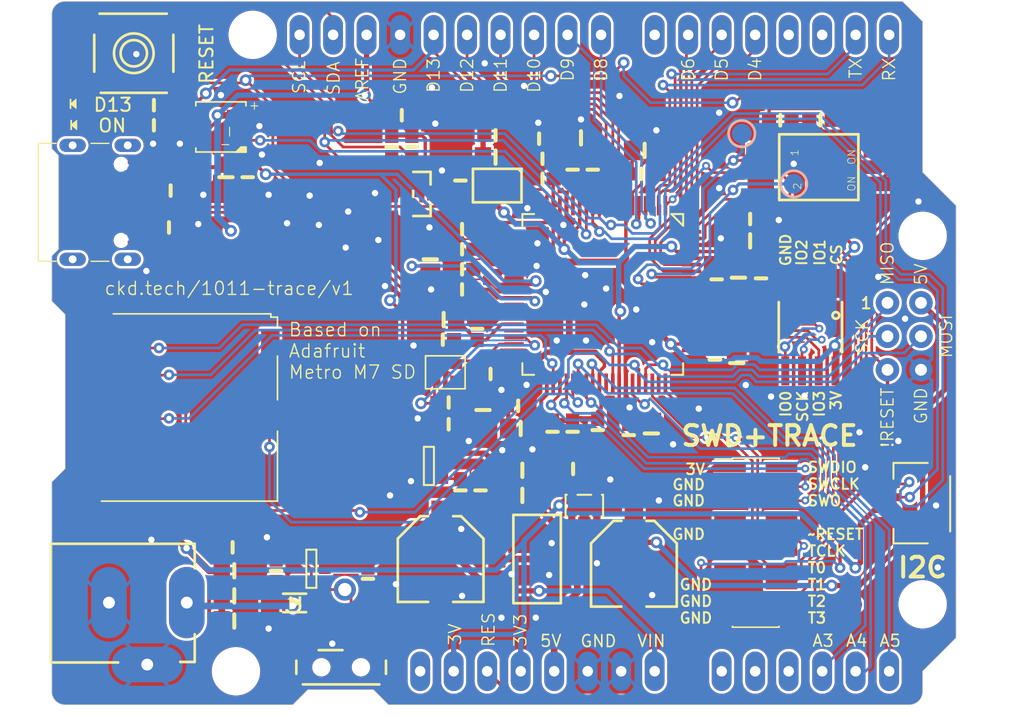
<source format=kicad_pcb>
(kicad_pcb (version 20221018) (generator pcbnew)
  (layers (0 "F.Cu" signal) (31 "B.Cu" signal) (34 "B.Paste" user) (35 "F.Paste" user) (36 "B.SilkS" user "B.Silkscreen") (37 "F.SilkS" user "F.Silkscreen") (38 "B.Mask" user) (39 "F.Mask" user) (44 "Edge.Cuts" user))
  (net 0 "")
  (net 1 "+5V")
  (net 2 "GND")
  (net 3 "3.3V")
  (net 4 "VBUS")
  (net 5 "/A5")
  (net 6 "/A4")
  (net 7 "/A3")
  (net 8 "unconnected-(AD0-Pad3)")
  (net 10 "/VIN")
  (net 11 "/USB_CAP")
  (net 12 "Net-(IC2E-XTALO)")
  (net 13 "Net-(IC2E-XTALI)")
  (net 14 "/VDD_SOC_IN")
  (net 15 "/VDDA_2P5_CAP")
  (net 16 "/VDDA_1P1_CAP")
  (net 17 "/SVCS_CAP")
  (net 18 "/PSW")
  (net 19 "/SCL")
  (net 20 "/SDA")
  (net 21 "Net-(D1-PadA)")
  (net 22 "Net-(T2-S)")
  (net 23 "/VBUS_UNFUSE")
  (net 24 "/TRACED2")
  (net 25 "/TRACED1")
  (net 26 "/D4")
  (net 27 "/D5")
  (net 28 "/D6")
  (net 29 "/BOOT_MODE1")
  (net 30 "/BOOT_MODE0")
  (net 32 "/FLASH_CS")
  (net 33 "/FLASH_IO1")
  (net 34 "/FLASH_IO2")
  (net 35 "/FLASH_IO0")
  (net 36 "/FLASH_SCK")
  (net 37 "/FLASH_IO3")
  (net 39 "/TRACED0")
  (net 40 "/TRACECLK")
  (net 41 "/MISO")
  (net 42 "/MOSI")
  (net 43 "/SCK")
  (net 45 "/SWO")
  (net 46 "/SD_CD")
  (net 47 "/SWCLK")
  (net 48 "/SWDIO")
  (net 49 "/SD_CS")
  (net 51 "/D+")
  (net 52 "/D-")
  (net 55 "/~{RESET}")
  (net 57 "/DCDC")
  (net 58 "/NEOPIX")
  (net 59 "/D13")
  (net 60 "/D12")
  (net 61 "/D11")
  (net 62 "/D10")
  (net 63 "/D9")
  (net 64 "/D8")
  (net 65 "/RXD")
  (net 66 "/TXD")
  (net 67 "/TRACED3")
  (net 71 "Net-(SW1-P)")
  (net 72 "Net-(L0-PadA)")
  (net 74 "Net-(ON0-PadA)")
  (net 76 "Net-(TR1-G)")
  (net 77 "Net-(X4-CC2)")
  (net 78 "Net-(X4-CC1)")
  (net 79 "Net-(R14-Pad1)")
  (net 80 "Net-(R17-Pad1)")
  (footprint "Metro M7 RT1011 SD rev A:6MMX6MM_TACTILE_SMT" (layer "F.Cu") (at 120.4341 82.2706 180)
    (fp_text reference "RESET0" hide)
    (fp_text value "6x6mm" hide)
  )
  (footprint "Metro M7 RT1011 SD rev A:SOT-23" (layer "F.Cu") (at 133.8961 121.3866 90)
    (fp_text reference "T2" hide)
    (fp_text value "DMP3098L-7")
  )
  (footprint "Metro M7 RT1011 SD rev A:0805-NO" (layer "F.Cu") (at 128.0541 123.4186)
    (fp_text reference "C19" hide)
    (fp_text value "10uF")
  )
  (footprint "Metro M7 RT1011 SD rev A:0603-NO" (layer "F.Cu") (at 145.1991 91.9226 90)
    (fp_text reference "C36" hide)
    (fp_text value "1uF")
  )
  (footprint "Metro M7 RT1011 SD rev A:0805-NO" (layer "F.Cu") (at 166.1541 105.7656 -90)
    (fp_text reference "C47" hide)
    (fp_text value "10uF")
  )
  (footprint "Metro M7 RT1011 SD rev A:0805-NO" (layer "F.Cu") (at 147.8661 90.1446)
    (fp_text reference "C40" hide)
    (fp_text value "10uF")
  )
  (footprint "Metro M7 RT1011 SD rev A:0603-NO" (layer "F.Cu") (at 147.4851 106.5911)
    (fp_text reference "C56" hide)
    (fp_text value "0.22uF")
  )
  (footprint "Metro M7 RT1011 SD rev A:0805-NO" (layer "F.Cu") (at 167.1701 96.4946)
    (fp_text reference "C39" hide)
    (fp_text value "10uF")
  )
  (footprint "Metro M7 RT1011 SD rev A:SPDT_SMT_SSSS811101" (layer "F.Cu") (at 136.1567 128.3208)
    (fp_text reference "SW1" hide)
    (fp_text value "SPDT_RA")
  )
  (footprint "Metro M7 RT1011 SD rev A:0603-NO" (layer "F.Cu") (at 140.7541 86.9696)
    (fp_text reference "C13" hide)
    (fp_text value "0.1uF")
  )
  (footprint "Metro M7 RT1011 SD rev A:SOT223-R" (layer "F.Cu") (at 151.0157 120.6246 -90)
    (fp_text reference "U1" hide)
    (fp_text value "NCP1117ST50T3G")
  )
  (footprint "Metro M7 RT1011 SD rev A:SOT-23" (layer "F.Cu") (at 142.8115 113.538 -90)
    (fp_text reference "TR1" hide)
    (fp_text value "DMP3098L-7")
  )
  (footprint "Metro M7 RT1011 SD rev A:0603-NO" (layer "F.Cu") (at 143.8656 103.9876 180)
    (fp_text reference "C25" hide)
    (fp_text value "16pF")
  )
  (footprint "Metro M7 RT1011 SD rev A:MICROSD" (layer "F.Cu") (at 123.7361 109.3216 -90)
    (fp_text reference "X1" hide)
    (fp_text value "MICROSD")
  )
  (footprint "Metro M7 RT1011 SD rev A:CRYSTAL_2.5X2" (layer "F.Cu") (at 144.0561 106.4641 180)
    (fp_text reference "Y1" hide)
    (fp_text value "24MHz 10pF")
  )
  (footprint "Metro M7 RT1011 SD rev A:0603-NO" (layer "F.Cu") (at 164.6301 99.4156 90)
    (fp_text reference "C35" hide)
    (fp_text value "0.1uF")
  )
  (footprint "Metro M7 RT1011 SD rev A:0603-NO" (layer "F.Cu") (at 152.1841 110.9726 -90)
    (fp_text reference "C54" hide)
    (fp_text value "1uF")
  )
  (footprint "Metro M7 RT1011 SD rev A:0603-NO" (layer "F.Cu") (at 146.4691 103.1621 90)
    (fp_text reference "C49" hide)
    (fp_text value "0.22uF")
  )
  (footprint "Metro M7 RT1011 SD rev A:0603-NO" (layer "F.Cu") (at 155.6131 110.8456 -90)
    (fp_text reference "C44" hide)
    (fp_text value "1uF")
  )
  (footprint "Metro M7 RT1011 SD rev A:0805-NO" (layer "F.Cu") (at 154.3431 88.6841)
    (fp_text reference "C31" hide)
    (fp_text value "10uF")
  )
  (footprint "Metro M7 RT1011 SD rev A:CHIPLED_0603_NOOUTLINE" (layer "F.Cu") (at 115.8367 86.106 90)
    (fp_text reference "L0" hide)
    (fp_text value "RED")
  )
  (footprint "Metro M7 RT1011 SD rev A:0603-NO" (layer "F.Cu") (at 172.5041 87.3506 180)
    (fp_text reference "R17" hide)
    (fp_text value "5.1K")
  )
  (footprint "Metro M7 RT1011 SD rev A:0603-NO" (layer "F.Cu") (at 123.1011 95.4786 180)
    (fp_text reference "R3" hide)
    (fp_text value "5.1K")
  )
  (footprint "Metro M7 RT1011 SD rev A:QFP50P1400X1400X160-80N" (layer "F.Cu") (at 155.9941 100.5586 -90)
    (fp_text reference "IC2" hide)
    (fp_text value "IMX_RT1010")
  )
  (footprint "Metro M7 RT1011 SD rev A:0603-NO" (layer "F.Cu") (at 158.9151 91.4146)
    (fp_text reference "C37" hide)
    (fp_text value "0.1uF")
  )
  (footprint "Metro M7 RT1011 SD rev A:0805-NO" (layer "F.Cu") (at 128.0541 125.3236)
    (fp_text reference "C20" hide)
    (fp_text value "10uF")
  )
  (footprint "Metro M7 RT1011 SD rev A:DIPSWITCH_2PIN" (layer "F.Cu") (at 172.3771 90.9066 -90)
    (fp_text reference "SW2" hide)
    (fp_text value "DIP2")
  )
  (footprint "Metro M7 RT1011 SD rev A:0603-NO" (layer "F.Cu") (at 131.2291 121.5136 -90)
    (fp_text reference "R7" hide)
    (fp_text value "10K")
  )
  (footprint "Metro M7 RT1011 SD rev A:0805-NO" (layer "F.Cu") (at 149.8981 115.7986)
    (fp_text reference "C2" hide)
    (fp_text value "10uF")
  )
  (footprint "Metro M7 RT1011 SD rev A:SOD-123" (layer "F.Cu") (at 132.6261 123.952 180)
    (fp_text reference "D1" hide)
    (fp_text value "MBR120")
  )
  (footprint "Metro M7 RT1011 SD rev A:0603-NO" (layer "F.Cu") (at 157.9626 111.2266 -90)
    (fp_text reference "C43" hide)
    (fp_text value "0.1uF")
  )
  (footprint "" (layer "F.Cu") (at 180.2511 124.0536)
    (fp_text reference "@HOLE1" hide)
    (fp_text value "")
  )
  (footprint "Metro M7 RT1011 SD rev A:DCJACK_2MM_PTH" (layer "F.Cu") (at 121.4501 126.4666)
    (fp_text reference "X5" hide)
    (fp_text value "2.1mm")
  )
  (footprint "Metro M7 RT1011 SD rev A:0603-NO" (layer "F.Cu") (at 145.3261 98.6536 180)
    (fp_text reference "C29" hide)
    (fp_text value "1uF")
  )
  (footprint "Metro M7 RT1011 SD rev A:0603-NO" (layer "F.Cu") (at 153.7081 91.0971 -90)
    (fp_text reference "R6" hide)
    (fp_text value "30K")
  )
  (footprint "Metro M7 RT1011 SD rev A:INDUCTOR_1007" (layer "F.Cu") (at 147.9931 92.3036 180)
    (fp_text reference "L2" hide)
    (fp_text value "4.7uH")
  )
  (footprint "Metro M7 RT1011 SD rev A:0805-NO" (layer "F.Cu") (at 159.1691 89.6366)
    (fp_text reference "C45" hide)
    (fp_text value "10uF")
  )
  (footprint "Metro M7 RT1011 SD rev A:0603-NO" (layer "F.Cu") (at 123.2281 92.6846 180)
    (fp_text reference "R8" hide)
    (fp_text value "5.1K")
  )
  (footprint "Metro M7 RT1011 SD rev A:1X10_OVALWAVE" (layer "F.Cu") (at 144.4371 80.8736)
    (fp_text reference "IOH0" hide)
    (fp_text value "1x10F" hide)
  )
  (footprint "Metro M7 RT1011 SD rev A:0603-NO" (layer "F.Cu") (at 147.8661 88.4936)
    (fp_text reference "C38" hide)
    (fp_text value "0.22uF")
  )
  (footprint "Metro M7 RT1011 SD rev A:0805-NO" (layer "F.Cu") (at 127.4191 91.6686 90)
    (fp_text reference "C5" hide)
    (fp_text value "10uF")
  )
  (footprint "Metro M7 RT1011 SD rev A:PANASONIC_D" (layer "F.Cu") (at 143.7005 120.6246 90)
    (fp_text reference "PC1" hide)
    (fp_text value "47uF/25V")
  )
  (footprint "Metro M7 RT1011 SD rev A:0603-NO" (layer "F.Cu") (at 121.9581 86.2076 180)
    (fp_text reference "R11" hide)
    (fp_text value "5.1K")
  )
  (footprint "Metro M7 RT1011 SD rev A:0603-NO" (layer "F.Cu") (at 151.1681 88.7476 180)
    (fp_text reference "C30" hide)
    (fp_text value "1uF")
  )
  (footprint "Metro M7 RT1011 SD rev A:SOT23-WIDE" (layer "F.Cu") (at 142.2781 92.9386 -90)
    (fp_text reference "IC4" hide)
    (fp_text value "RESET_SUPERVISORAPX80X_SA")
  )
  (footprint "Metro M7 RT1011 SD rev A:PANASONIC_D" (layer "F.Cu") (at 158.3563 120.9802 90)
    (fp_text reference "PC2" hide)
    (fp_text value "47uF/25V")
  )
  (footprint "Metro M7 RT1011 SD rev A:SOIC8_208MIL" (layer "F.Cu") (at 171.739206 103.037993 180)
    (fp_text reference "U3" hide)
    (fp_text value "W25Q64JV")
  )
  (footprint "Metro M7 RT1011 SD rev A:1X01_ROUND" (layer "F.Cu") (at 136.4361 122.936)
    (fp_text reference "JP1" hide)
    (fp_text value "HEADER-1X1ROUND")
  )
  (footprint "Metro M7 RT1011 SD rev A:LED3535_FULLPADS" (layer "F.Cu") (at 127.0381 87.8586 180)
    (fp_text reference "LED1" hide)
    (fp_text value "WS2812B_3535FULL")
  )
  (footprint "Metro M7 RT1011 SD rev A:0603-NO" (layer "F.Cu") (at 164.5031 105.5116 -90)
    (fp_text reference "C41" hide)
    (fp_text value "0.1uF")
  )
  (footprint "chickadee:chickadee_3mm_fcu" (layer "F.Cu") (at 131.6101 97.6376)
    (fp_text reference "G***" hide)
    (fp_text value "Chickadee 3mm" hide)
  )
  (footprint "Metro M7 RT1011 SD rev A:0603-NO" (layer "F.Cu") (at 155.2321 91.0971 90)
    (fp_text reference "C58" hide)
    (fp_text value "0.22uF")
  )
  (footprint "Metro M7 RT1011 SD rev A:M7_RT1011SD_TOP" (layer "F.Cu") (at 114.2111 131.6736)
    (fp_text reference "U$12" hide)
    (fp_text value "" hide)
  )
  (footprint "Metro M7 RT1011 SD rev A:0603-NO" (layer "F.Cu") (at 149.5806 109.0041)
    (fp_text reference "C50" hide)
    (fp_text value "0.22uF")
  )
  (footprint "Metro M7 RT1011 SD rev A:FIDUCIAL_1MM" (layer "F.Cu") (at 115.4811 81.7626)
    (fp_text reference "FD1" hide)
    (fp_text value "FIDUCIAL_1MM" hide)
  )
  (footprint "" (layer "F.Cu") (at 180.2511 96.1136)
    (fp_text reference "@HOLE0" hide)
    (fp_text value "")
  )
  (footprint "Metro M7 RT1011 SD rev A:0603-NO" (layer "F.Cu") (at 139.9921 89.3826 -90)
    (fp_text reference "R13" hide)
    (fp_text value "10K")
  )
  (footprint "Metro M7 RT1011 SD rev A:0805-NO" (layer "F.Cu") (at 149.8981 113.8936)
    (fp_text reference "C3" hide)
    (fp_text value "10uF")
  )
  (footprint "Metro M7 RT1011 SD rev A:0603-NO" (layer "F.Cu") (at 127.9271 119.7356)
    (fp_text reference "R12" hide)
    (fp_text value "10K")
  )
  (footprint "Metro M7 RT1011 SD rev A:2X03_ROUND_70MIL" (layer "F.Cu") (at 178.8541 103.7336 -90)
    (fp_text reference "ICSP0" hide)
    (fp_text value "2x3M")
  )
  (footprint "Metro M7 RT1011 SD rev A:0603-NO" (layer "F.Cu") (at 144.3101 108.7501)
    (fp_text reference "C26" hide)
    (fp_text value "16pF")
  )
  (footprint "Metro M7 RT1011 SD rev A:0603-NO" (layer "F.Cu") (at 145.3261 95.6056 180)
    (fp_text reference "C57" hide)
    (fp_text value "0.22uF")
  )
  (footprint "Metro M7 RT1011 SD rev A:0603-NO" (layer "F.Cu") (at 138.1887 122.1232 -90)
    (fp_text reference "C12" hide)
    (fp_text value "0.1uF")
  )
  (footprint "Metro M7 RT1011 SD rev A:0603-NO" (layer "F.Cu") (at 121.9581 87.7316 180)
    (fp_text reference "R2" hide)
    (fp_text value "5.1K")
  )
  (footprint "Metro M7 RT1011 SD rev A:0603-NO" (layer "F.Cu") (at 129.0701 91.6686 -90)
    (fp_text reference "C7" hide)
    (fp_text value "0.1uF")
  )
  (footprint "Metro M7 RT1011 SD rev A:0805-NO" (layer "F.Cu") (at 159.6771 111.0996 -90)
    (fp_text reference "C34" hide)
    (fp_text value "22uF")
  )
  (footprint "Metro M7 RT1011 SD rev A:0603-NO" (layer "F.Cu") (at 151.4221 91.7956 180)
    (fp_text reference "C32" hide)
    (fp_text value "0.1uF")
  )
  (footprint "Metro M7 RT1011 SD rev A:CHIPLED_0603_NOOUTLINE" (layer "F.Cu") (at 115.8875 87.7062 90)
    (fp_text reference "ON0" hide)
    (fp_text value "GREEN")
  )
  (footprint "Metro M7 RT1011 SD rev A:1X06_OVALWAVE" (layer "F.Cu") (at 171.3611 129.1336)
    (fp_text reference "AD0" hide)
    (fp_text value "1x6F" hide)
  )
  (footprint "Metro M7 RT1011 SD rev A:USB_C_CUSB31-CFM2AX-01-X" (layer "F.Cu") (at 118.2751 93.5736 -90)
    (fp_text reference "X4" hide)
    (fp_text value "USB C")
  )
  (footprint "" (layer "F.Cu") (at 128.1811 129.1336)
    (fp_text reference "@HOLE3" hide)
    (fp_text value "")
  )
  (footprint "Metro M7 RT1011 SD rev A:0805-NO" (layer "F.Cu") (at 149.7711 110.7186)
    (fp_text reference "C51" hide)
    (fp_text value "10uF")
  )
  (footprint "Metro M7 RT1011 SD rev A:1X08_OVALWAVE" (layer "F.Cu") (at 168.8211 80.8736)
    (fp_text reference "IOL0" hide)
    (fp_text value "1x8F" hide)
  )
  (footprint "Metro M7 RT1011 SD rev A:0603-NO" (layer "F.Cu") (at 144.3101 110.4011 180)
    (fp_text reference "R4" hide)
    (fp_text value "2.2M")
  )
  (footprint "Metro M7 RT1011 SD rev A:0603-NO" (layer "F.Cu") (at 167.9956 99.3394 -90)
    (fp_text reference "R5" hide)
    (fp_text value "10K")
  )
  (footprint "Metro M7 RT1011 SD rev A:0805-NO" (layer "F.Cu") (at 146.9136 109.3216 -90)
    (fp_text reference "C55" hide)
    (fp_text value "10uF")
  )
  (footprint "Metro M7 RT1011 SD rev A:0805-NO" (layer "F.Cu") (at 143.9291 102.4636 180)
    (fp_text reference "C48" hide)
    (fp_text value "10uF")
  )
  (footprint "Metro M7 RT1011 SD rev A:FIDUCIAL_1MM" (layer "F.Cu") (at 175.1631 124.0766)
    (fp_text reference "FD2" hide)
    (fp_text value "FIDUCIAL_1MM" hide)
  )
  (footprint "Metro M7 RT1011 SD rev A:0603-NO" (layer "F.Cu") (at 169.4561 87.3506)
    (fp_text reference "R14" hide)
    (fp_text value "5.1K")
  )
  (footprint "Metro M7 RT1011 SD rev A:0603-NO" (layer "F.Cu") (at 146.7231 115.4176 90)
    (fp_text reference "R16" hide)
    (fp_text value "100K")
  )
  (footprint "Connector_PinHeader_1.27mm:PinHeader_2x10_P1.27mm_Vertical_SMD" (layer "F.Cu") (at 167.595 119.38)
    (fp_text reference "J2" hide)
    (fp_text value "Conn_ARM_JTAG_SWD_10")
  )
  (footprint "Metro M7 RT1011 SD rev A:0603-NO" (layer "F.Cu") (at 145.1991 115.4176 -90)
    (fp_text reference "R1" hide)
    (fp_text value "100K")
  )
  (footprint "Metro M7 RT1011 SD rev A:0805-NO" (layer "F.Cu") (at 166.2811 99.2886 90)
    (fp_text reference "C46" hide)
    (fp_text value "10uF")
  )
  (footprint "Metro M7 RT1011 SD rev A:1X08_OVALWAVE" (layer "F.Cu") (at 151.0411 129.1336)
    (fp_text reference "POWER0" hide)
    (fp_text value "1x8F" hide)
  )
  (footprint "Metro M7 RT1011 SD rev A:0603-NO" (layer "F.Cu") (at 153.7081 110.9726 -90)
    (fp_text reference "C53" hide)
    (fp_text value "0.22uF")
  )
  (footprint "Metro M7 RT1011 SD rev A:0603-NO" (layer "F.Cu") (at 153.7453 113.791035 180)
    (fp_text reference "C6" hide)
    (fp_text value "0.1uF")
  )
  (footprint "Metro M7 RT1011 SD rev A:SOT23-DBV" (layer "F.Cu") (at 154.5971 116.5606)
    (fp_text reference "U2" hide)
    (fp_text value "LP2985-XXDBVR")
  )
  (footprint "Metro M7 RT1011 SD rev A:0603-NO" (layer "F.Cu") (at 141.5161 89.3826 -90)
    (fp_text reference "R10" hide)
    (fp_text value "10K")
  )
  (footprint "Metro M7 RT1011 SD rev A:R1206" (layer "F.Cu") (at 124.0155 90.9066)
    (fp_text reference "F2" hide)
    (fp_text value "FUSE")
  )
  (footprint "Metro M7 RT1011 SD rev A:FIDUCIAL_1MM" (layer "F.Cu") (at 121.9797 120.796)
    (fp_text reference "FD3" hide)
    (fp_text value "FIDUCIAL_1MM" hide)
  )
  (footprint "Metro M7 RT1011 SD rev A:0603-NO" (layer "F.Cu") (at 151.4221 90.2716 180)
    (fp_text reference "C33" hide)
    (fp_text value "0.22uF")
  )
  (footprint "Metro M7 RT1011 SD rev A:0603-NO" (layer "F.Cu") (at 167.1701 94.8436)
    (fp_text reference "C42" hide)
    (fp_text value "1uF")
  )
  (footprint "Metro M7 RT1011 SD rev A:0805-NO" (layer "F.Cu") (at 128.0541 121.5136)
    (fp_text reference "C18" hide)
    (fp_text value "10uF")
  )
  (footprint "Metro M7 RT1011 SD rev A:0603-NO" (layer "F.Cu") (at 145.3261 97.1296 180)
    (fp_text reference "C52" hide)
    (fp_text value "0.22uF")
  )
  (footprint "Metro M7 RT1011 SD rev A:JST_SH4" (layer "F.Cu") (at 179.7431 116.4336 90)
    (fp_text reference "CONN1" hide)
    (fp_text value "STEMMA_I2C_QT" hide)
  )
  (footprint "" (layer "F.Cu") (at 129.4511 80.8736)
    (fp_text reference "@HOLE2" hide)
    (fp_text value "")
  )
  (footprint "Metro M7 RT1011 SD rev A:0603-NO" (layer "F.Cu") (at 145.3261 100.1776 180)
    (fp_text reference "C22" hide)
    (fp_text value "0.1uF")
  )
  (footprint "Metro M7 RT1011 SD rev A:0805-NO" (layer "F.Cu") (at 142.9131 97.8916 -90)
    (fp_text reference "C21" hide)
    (fp_text value "10uF")
  )
  (footprint "Metro M7 RT1011 SD rev A:TESTPOINT_ROUND_1.5MM" (layer "B.Cu") (at 170.4721 92.1766 180)
    (fp_text reference "TP1" hide)
    (fp_text value "TESTPOINTROUND1.5MM")
  )
  (footprint "Metro M7 RT1011 SD rev A:TESTPOINT_ROUND_1.5MM" (layer "B.Cu") (at 166.5351 88.3666 180)
    (fp_text reference "TP2" hide)
    (fp_text value "TESTPOINTROUND1.5MM")
  )
  (footprint "Metro M7 RT1011 SD rev A:M7_RT1011SD_BOT" (layer "B.Cu") (at 182.7911 131.6736 180)
    (fp_text reference "U$19" hide)
    (fp_text value "" hide)
  )
  (gr_line (start 114.2111 89.5096) (end 114.2111 79.3336) (stroke (width 0.05)) (layer "Edge.Cuts"))
  (gr_arc (start 180.2511 130.6736) (mid 179.958207 131.380707) (end 179.2511 131.6736) (stroke (width 0.05)) (layer "Edge.Cuts"))
  (gr_line (start 178.7271 78.3336) (end 180.2511 79.8576) (stroke (width 0.05)) (layer "Edge.Cuts"))
  (gr_line (start 133.6421 130.5306) (end 132.4991 131.6736) (stroke (width 0.05)) (layer "Edge.Cuts"))
  (gr_line (start 114.2111 97.6376) (end 114.7191 97.1296) (stroke (width 0.05)) (layer "Edge.Cuts"))
  (gr_line (start 115.2271 102.0826) (end 114.2111 101.0666) (stroke (width 0.05)) (layer "Edge.Cuts"))
  (gr_line (start 115.2271 113.7666) (end 115.2271 102.0826) (stroke (width 0.05)) (layer "Edge.Cuts"))
  (gr_line (start 114.2111 130.6736) (end 114.2111 114.7826) (stroke (width 0.05)) (layer "Edge.Cuts"))
  (gr_arc (start 115.2111 131.6736) (mid 114.503993 131.380707) (end 114.2111 130.6736) (stroke (width 0.05)) (layer "Edge.Cuts"))
  (gr_line (start 114.2111 114.7826) (end 115.2271 113.7666) (stroke (width 0.05)) (layer "Edge.Cuts"))
  (gr_line (start 114.7191 97.1296) (end 114.7191 90.0176) (stroke (width 0.05)) (layer "Edge.Cuts"))
  (gr_line (start 182.7911 126.5936) (end 180.2511 129.1336) (stroke (width 0.05)) (layer "Edge.Cuts"))
  (gr_line (start 180.2511 91.2876) (end 182.7911 93.8276) (stroke (width 0.05)) (layer "Edge.Cuts"))
  (gr_line (start 179.2511 131.6736) (end 139.7381 131.6736) (stroke (width 0.05)) (layer "Edge.Cuts"))
  (gr_line (start 138.5951 130.5306) (end 133.6421 130.5306) (stroke (width 0.05)) (layer "Edge.Cuts"))
  (gr_line (start 180.2511 129.1336) (end 180.2511 130.6736) (stroke (width 0.05)) (layer "Edge.Cuts"))
  (gr_arc (start 114.2111 79.3336) (mid 114.503993 78.626493) (end 115.2111 78.3336) (stroke (width 0.05)) (layer "Edge.Cuts"))
  (gr_line (start 139.7381 131.6736) (end 138.5951 130.5306) (stroke (width 0.05)) (layer "Edge.Cuts"))
  (gr_line (start 114.7191 90.0176) (end 114.2111 89.5096) (stroke (width 0.05)) (layer "Edge.Cuts"))
  (gr_line (start 132.4991 131.6736) (end 115.2111 131.6736) (stroke (width 0.05)) (layer "Edge.Cuts"))
  (gr_line (start 180.2511 79.8576) (end 180.2511 91.2876) (stroke (width 0.05)) (layer "Edge.Cuts"))
  (gr_line (start 114.2111 101.0666) (end 114.2111 97.6376) (stroke (width 0.05)) (layer "Edge.Cuts"))
  (gr_line (start 182.7911 93.8276) (end 182.7911 126.5936) (stroke (width 0.05)) (layer "Edge.Cuts"))
  (gr_line (start 115.2111 78.3336) (end 178.7271 78.3336) (stroke (width 0.05)) (layer "Edge.Cuts"))
  (gr_text "Based on\nAdafruit\nMetro M7 SD" (at 132.1181 107.0356) (layer "F.SilkS") (effects (font (size 1 1) (thickness 0.1)) (justify left bottom)))
  (gr_text "T0" (at 171.45 121.285) (layer "F.SilkS") (effects (font (size 0.8 0.8)) (justify left)))
  (gr_text "SWO" (at 171.45 116.205) (layer "F.SilkS") (effects (font (size 0.8 0.8)) (justify left)))
  (gr_text "GND" (at 170.3324 98.5012 90) (layer "F.SilkS") (effects (font (size 0.8 0.8)) (justify left bottom)))
  (gr_text "MOSI" (at 182.0291 103.7336 90) (layer "F.SilkS") (effects (font (size 0.9144 0.9144) (thickness 0.1016))))
  (gr_text "RESET" (at 126.5301 84.6836 90) (layer "F.SilkS") (effects (font (size 1 1)) (justify left bottom)))
  (gr_text "SWCLK" (at 171.45 114.935) (layer "F.SilkS") (effects (font (size 0.8 0.8)) (justify left)))
  (gr_text "1" (at 175.4575 101.7292) (layer "F.SilkS") (effects (font (size 0.8636 0.8636) (thickness 0.1524)) (justify left bottom)))
  (gr_text "D13" (at 117.2972 86.7664) (layer "F.SilkS") (effects (font (size 1 1)) (justify left bottom)))
  (gr_text "MISO" (at 177.5841 99.9236 90) (layer "F.SilkS") (effects (font (size 0.9144 0.9144) (thickness 0.1016)) (justify left)))
  (gr_text "T2" (at 171.45 123.825) (layer "F.SilkS") (effects (font (size 0.8 0.8)) (justify left)))
  (gr_text "IO1" (at 172.9232 98.4758 90) (layer "F.SilkS") (effects (font (size 0.8 0.8)) (justify left bottom)))
  (gr_text "A4" (at 174.3597 127.3434) (layer "F.SilkS") (effects (font (size 0.89408 0.89408) (thickness 0.12192)) (justify left bottom)))
  (gr_text "SCL" (at 133.5024 85.4202 90) (layer "F.SilkS") (effects (font (size 0.9144 0.9144) (thickness 0.1016)) (justify left bottom)))
  (gr_text "3V3" (at 150.2791 127.3556 90) (layer "F.SilkS") (effects (font (size 0.9144 0.9144) (thickness 0.1016)) (justify left bottom)))
  (gr_text "RX" (at 177.7111 82.55 90) (layer "F.SilkS") (effects (font (size 0.9144 0.9144) (thickness 0.1016)) (justify right)))
  (gr_text "3V" (at 163.83 113.8174) (layer "F.SilkS") (effects (font (size 0.8 0.8)) (justify right)))
  (gr_text "GND" (at 164.3761 123.825) (layer "F.SilkS") (effects (font (size 0.8 0.8)) (justify right)))
  (gr_text "AREF" (at 137.2279 82.5114 90) (layer "F.SilkS") (effects (font (size 0.9144 0.9144) (thickness 0.1016)) (justify right top)))
  (gr_text "GND" (at 163.83 118.745) (layer "F.SilkS") (effects (font (size 0.8 0.8)) (justify right)))
  (gr_text "D8" (at 155.8671 82.55 90) (layer "F.SilkS") (effects (font (size 0.9144 0.9144) (thickness 0.1016)) (justify right)))
  (gr_text "D9" (at 153.3271 82.55 90) (layer "F.SilkS") (effects (font (size 0.9144 0.9144) (thickness 0.1016)) (justify right)))
  (gr_text "3V" (at 145.3261 127.2286 90) (layer "F.SilkS") (effects (font (size 0.9144 0.9144) (thickness 0.1016)) (justify left bottom)))
  (gr_text "D11" (at 148.2471 82.55 90) (layer "F.SilkS") (effects (font (size 0.9144 0.9144) (thickness 0.1016)) (justify right)))
  (gr_text "IO2" (at 171.5516 98.4758 90) (layer "F.SilkS") (effects (font (size 0.8 0.8)) (justify left bottom)))
  (gr_text "IO0" (at 169.8752 107.7722 90) (layer "F.SilkS") (effects (font (size 0.8 0.8)) (justify right)))
  (gr_text "RES" (at 147.8661 127.3556 90) (layer "F.SilkS") (effects (font (size 0.9144 0.9144) (thickness 0.1016)) (justify left bottom)))
  (gr_text "GND" (at 163.83 114.9858) (layer "F.SilkS") (effects (font (size 0.8 0.8)) (justify right)))
  (gr_text "SWD+TRACE" (at 161.798 112.1664) (layer "F.SilkS") (effects (font (size 1.5 1.5) (thickness 0.3) bold) (justify left bottom)))
  (gr_text "CS" (at 174.1932 98.425 90) (layer "F.SilkS") (effects (font (size 0.8 0.8)) (justify left bottom)))
  (gr_text "D10" (at 150.7871 82.55 90) (layer "F.SilkS") (effects (font (size 0.9144 0.9144) (thickness 0.1016)) (justify right)))
  (gr_text "5V" (at 180.1241 99.9236 90) (layer "F.SilkS") (effects (font (size 0.9144 0.9144) (thickness 0.1016)) (justify left)))
  (gr_text "IO3" (at 172.4152 107.7722 90) (layer "F.SilkS") (effects (font (size 0.8 0.8)) (justify right)))
  (gr_text "T3" (at 171.45 125.095) (layer "F.SilkS") (effects (font (size 0.8 0.8)) (justify left)))
  (gr_text "I2C" (at 178.2191 122.1486) (layer "F.SilkS") (effects (font (size 1.5 1.5) (thickness 0.3) bold) (justify left bottom)))
  (gr_text "T1" (at 171.45 122.555) (layer "F.SilkS") (effects (font (size 0.8 0.8)) (justify left)))
  (gr_text "SWDIO" (at 171.45 113.665) (layer "F.SilkS") (effects (font (size 0.8 0.8)) (justify left)))
  (gr_text "GND" (at 164.3761 125.095) (layer "F.SilkS") (effects (font (size 0.8 0.8)) (justify right)))
  (gr_text "D12" (at 145.7071 82.55 90) (layer "F.SilkS") (effects (font (size 0.9144 0.9144) (thickness 0.1016)) (justify right)))
  (gr_text "GND" (at 164.3761 122.555) (layer "F.SilkS") (effects (font (size 0.8 0.8)) (justify right)))
  (gr_text "3V" (at 173.6852 107.7722 90) (layer "F.SilkS") (effects (font (size 0.8 0.8)) (justify right)))
  (gr_text "ckd.tech/1011-trace/v1" (at 118.1481 100.6856) (layer "F.SilkS") (effects (font (size 1 1) (thickness 0.1)) (justify left bottom)))
  (gr_text "D13" (at 143.1671 82.55 90) (layer "F.SilkS") (effects (font (size 0.9144 0.9144) (thickness 0.1016)) (justify right)))
  (gr_text "ON" (at 117.6528 88.3412) (layer "F.SilkS") (effects (font (size 1 1)) (justify left bottom)))
  (gr_text "TCLK" (at 171.45 120.015) (layer "F.SilkS") (effects (font (size 0.8 0.8)) (justify left)))
  (gr_text "A5" (at 176.8997 127.3434) (layer "F.SilkS") (effects (font (size 0.89408 0.89408) (thickness 0.12192)) (justify left bottom)))
  (gr_text "GND" (at 180.1241 107.5436 90) (layer "F.SilkS") (effects (font (size 0.9144 0.9144) (thickness 0.1016)) (justify right)))
  (gr_text "GND" (at 163.83 116.205) (layer "F.SilkS") (effects (font (size 0.8 0.8)) (justify right)))
  (gr_text "TX" (at 175.1711 82.55 90) (layer "F.SilkS") (effects (font (size 0.9144 0.9144) (thickness 0.1016)) (justify right)))
  (gr_text "SCK" (at 171.1452 107.7722 90) (layer "F.SilkS") (effects (font (size 0.8 0.8)) (justify right)))
  (gr_text "!RESET" (at 177.5841 107.5436 90) (layer "F.SilkS") (effects (font (size 0.9144 0.9144) (thickness 0.1016)) (justify right)))
  (gr_text "D4" (at 167.5511 82.55 90) (layer "F.SilkS") (effects (font (size 0.9144 0.9144) (thickness 0.1016)) (justify right)))
  (gr_text "A3" (at 171.8197 127.3434) (layer "F.SilkS") (effects (font (size 0.89408 0.89408) (thickness 0.12192)) (justify left bottom)))
  (gr_text "5V" (at 151.1681 127.3556) (layer "F.SilkS") (effects (font (size 0.89408 0.89408) (thickness 0.12192)) (justify left bottom)))
  (gr_text "VIN" (at 158.5341 127.3556) (layer "F.SilkS") (effects (font (size 0.89408 0.89408) (thickness 0.12192)) (justify left bottom)))
  (gr_text "~RESET" (at 171.45 118.745) (layer "F.SilkS") (effects (font (size 0.8 0.8)) (justify left)))
  (gr_text "D5" (at 165.0111 82.55 90) (layer "F.SilkS") (effects (font (size 0.9144 0.9144) (thickness 0.1016)) (justify right)))
  (gr_text "D6" (at 162.4711 82.55 90) (layer "F.SilkS") (effects (font (size 0.9144 0.9144) (thickness 0.1016)) (justify right)))
  (gr_text "GND" (at 154.2245 127.3688) (layer "F.SilkS") (effects (font (size 0.89408 0.89408) (thickness 0.12192)) (justify left bottom)))
  (gr_text "SDA" (at 136.1186 85.5218 90) (layer "F.SilkS") (effects (font (size 0.9144 0.9144) (thickness 0.1016)) (justify left bottom)))
  (gr_text "SCK" (at 175.6791 103.7336 90) (layer "F.SilkS") (effects (font (size 0.9144 0.9144) (thickness 0.1016))))
  (gr_text "GND" (at 140.6271 82.55 90) (layer "F.SilkS") (effects (font (size 0.9144 0.9144) (thickness 0.1016)) (justify right)))
  (segment (start 152.3111 129.1336) (end 152.3111 124.9192) (width 0.508) (layer "F.Cu") (net 1))
  (segment (start 147.7391 113.2586) (end 147.7391 117.0686) (width 0.4064) (layer "F.Cu") (net 1))
  (segment (start 150.8481 115.7986) (end 150.8481 116.4586) (width 0.508) (layer "F.Cu") (net 1))
  (segment (start 154.0281 120.587) (end 154.0657 120.6246) (width 0.508) (layer "F.Cu") (net 1))
  (segment (start 180.2511 109.4486) (end 180.2511 117.8306) (width 0.4064) (layer "F.Cu") (net 1))
  (segment (start 152.2501 117.8606) (end 150.8481 116.4586) (width 0.508) (layer "F.Cu") (net 1))
  (segment (start 155.5471 118.9126) (end 155.1051 119.3546) (width 0.508) (layer "F.Cu") (net 1))
  (segment (start 153.6471 117.8606) (end 153.6471 119.3546) (width 0.508) (layer "F.Cu") (net 1))
  (segment (start 159.3847 119.3546) (end 158.3563 118.3262) (width 0.4064) (layer "F.Cu") (net 1))
  (segment (start 153.6471 117.8606) (end 152.2501 117.8606) (width 0.508) (layer "F.Cu") (net 1))
  (segment (start 160.0581 119.3546) (end 159.3847 119.3546) (width 0.4064) (layer "F.Cu") (net 1))
  (segment (start 150.8481 116.8806) (end 150.8481 115.7986) (width 0.4064) (layer "F.Cu") (net 1))
  (segment (start 181.9021 102.9716) (end 181.9021 107.7976) (width 0.4064) (layer "F.Cu") (net 1))
  (segment (start 181.9021 107.7976) (end 180.2511 109.4486) (width 0.4064) (layer "F.Cu") (net 1))
  (segment (start 155.1051 119.3546) (end 154.0281 119.3546) (width 0.508) (layer "F.Cu") (net 1))
  (segment (start 154.0657 123.1646) (end 152.3111 124.9192) (width 0.508) (layer "F.Cu") (net 1))
  (segment (start 154.0281 119.3546) (end 154.0281 120.587) (width 0.508) (layer "F.Cu") (net 1))
  (segment (start 155.5471 117.8606) (end 157.8907 117.8606) (width 0.508) (layer "F.Cu") (net 1))
  (segment (start 154.0657 123.1646) (end 154.0657 120.6246) (width 0.508) (layer "F.Cu") (net 1))
  (segment (start 175.447893 122.633807) (end 173.355 122.633807) (width 0.4064) (layer "F.Cu") (net 1))
  (segment (start 147.0787 112.5982) (end 147.7391 113.2586) (width 0.4064) (layer "F.Cu") (net 1))
  (segment (start 157.8907 117.8606) (end 158.3563 118.3262) (width 0.508) (layer "F.Cu") (net 1))
  (segment (start 155.5471 117.8606) (end 155.5471 118.9126) (width 0.508) (layer "F.Cu") (net 1))
  (segment (start 150.6601 117.0686) (end 150.8481 116.8806) (width 0.4064) (layer "F.Cu") (net 1))
  (segment (start 143.8275 112.5982) (end 147.0787 112.5982) (width 0.4064) (layer "F.Cu") (net 1))
  (segment (start 154.0281 119.3546) (end 153.6471 119.3546) (width 0.508) (layer "F.Cu") (net 1))
  (segment (start 180.1241 101.1936) (end 181.9021 102.9716) (width 0.4064) (layer "F.Cu") (net 1))
  (segment (start 180.2511 117.8306) (end 175.447893 122.633807) (width 0.4064) (layer "F.Cu") (net 1))
  (segment (start 147.7391 117.0686) (end 150.6601 117.0686) (width 0.4064) (layer "F.Cu") (net 1))
  (segment (start 147.9657 120.6246) (end 154.0657 120.6246) (width 0.508) (layer "F.Cu") (net 1))
  (via (at 173.355 122.633807) (size 0.889) (drill 0.4826) (layers "F.Cu" "B.Cu") (net 1))
  (via (at 160.0581 119.3546) (size 0.889) (drill 0.4826) (layers "F.Cu" "B.Cu") (net 1))
  (segment (start 163.337307 122.633807) (end 173.355 122.633807) (width 0.4064) (layer "B.Cu") (net 1))
  (segment (start 160.0581 119.3546) (end 163.337307 122.633807) (width 0.4064) (layer "B.Cu") (net 1))
  (segment (start 160.1191 91.0606) (end 159.7651 91.4146) (width 0.254) (layer "F.Cu") (net 2))
  (segment (start 118.5501 123.9266) (end 118.6771 123.7996) (width 0.8128) (layer "F.Cu") (net 2))
  (segment (start 116.9341 82.8232) (end 116.2431 83.5142) (width 0.4064) (layer "F.Cu") (net 2))
  (segment (start 121.4511 123.7996) (end 118.6771 123.7996) (width 0.8128) (layer "F.Cu") (net 2))
  (segment (start 160.1191 89.6366) (end 160.1191 91.0606) (width 0.254) (layer "F.Cu") (net 2))
  (segment (start 115.765762 83.5142) (end 115.0867 84.193263) (width 0.4064) (layer "F.Cu") (net 2))
  (segment (start 116.2431 83.5142) (end 115.765762 83.5142) (width 0.4064) (layer "F.Cu") (net 2))
  (segment (start 116.9341 80.0206) (end 116.9341 82.8232) (width 0.4064) (layer "F.Cu") (net 2))
  (segment (start 115.0867 84.193263) (end 115.0867 86.106) (width 0.4064) (layer "F.Cu") (net 2))
  (segment (start 121.4511 123.7996) (end 121.4501 123.8006) (width 0.8128) (layer "F.Cu") (net 2))
  (segment (start 169.834206 99.722993) (end 169.834206 97.825206) (width 0.2) (layer "F.Cu") (net 2))
  (segment (start 164.6301 98.5656) (end 164.8571 98.3386) (width 0.254) (layer "F.Cu") (net 2))
  (segment (start 164.8571 98.3386) (end 166.2811 98.3386) (width 0.254) (layer "F.Cu") (net 2))
  (segment (start 121.4501 128.6266) (end 121.4501 123.8006) (width 0.8128) (layer "F.Cu") (net 2))
  (segment (start 116.9341 80.0206) (end 123.9341 80.0206) (width 0.4064) (layer "F.Cu") (net 2))
  (segment (start 115.1375 86.1568) (end 115.1375 87.7062) (width 0.4064) (layer "F.Cu") (net 2))
  (segment (start 150.5721 91.7956) (end 150.5721 90.2716) (width 0.4064) (layer "F.Cu") (net 2))
  (segment (start 115.0867 86.106) (end 115.1375 86.1568) (width 0.4064) (layer "F.Cu") (net 2))
  (segment (start 169.834206 97.825206) (end 169.8244 97.8154) (width 0.2) (layer "F.Cu") (net 2))
  (via (at 179.9336 93.5101) (size 0.889) (drill 0.4826) (layers "F.Cu" "B.Cu") (net 2))
  (via (at 147.0406 83.0326) (size 0.889) (drill 0.4826) (layers "F.Cu" "B.Cu") (net 2))
  (via (at 175.895 113.665) (size 0.889) (drill 0.4826) (layers "F.Cu" "B.Cu") (net 2))
  (via (at 139.8651 115.7986) (size 0.889) (drill 0.4826) (layers "F.Cu" "B.Cu") (net 2))
  (via (at 154.7241 104.0511) (size 0.889) (drill 0.4826) (layers "F.Cu" "B.Cu") (net 2))
  (via (at 148.3741 112.3696) (size 0.889) (drill 0.4826) (layers "F.Cu" "B.Cu") (net 2))
  (via (at 156.2481 100.1141) (size 0.889) (drill 0.4826) (layers "F.Cu" "B.Cu") (net 2))
  (via (at 141.4526 114.7191) (size 0.889) (drill 0.4826) (layers "F.Cu" "B.Cu") (net 2))
  (via (at 171.2976 108.2421) (size 0.889) (drill 0.4826) (layers "F.Cu" "B.Cu") (net 2))
  (via (at 142.9766 100.1776) (size 0.889) (drill 0.4826) (layers "F.Cu" "B.Cu") (net 2))
  (via (at 140.3096 122.5296) (size 0.889) (drill 0.4826) (layers "F.Cu" "B.Cu") (net 2))
  (via (at 152.5016 104.0511) (size 0.889) (drill 0.4826) (layers "F.Cu" "B.Cu") (net 2))
  (via (at 181.2671 116.5606) (size 0.889) (drill 0.4826) (layers "F.Cu" "B.Cu") (net 2))
  (via (at 125.3236 95.2246) (size 0.889) (drill 0.4826) (layers "F.Cu" "B.Cu") (net 2))
  (via (at 143.0401 84.8741) (size 0.889) (drill 0.4826) (layers "F.Cu" "B.Cu") (net 2))
  (via (at 148.3106 125.0696) (size 0.889) (drill 0.4826) (layers "F.Cu" "B.Cu") (net 2))
  (via (at 166.839572 107.429628) (size 0.889) (drill 0.4826) (layers "F.Cu" "B.Cu") (net 2))
  (via (at 151.9301 121.8311) (size 0.889) (drill 0.4826) (layers "F.Cu" "B.Cu") (net 2))
  (via (at 151.1046 87.5411) (size 0.889) (drill 0.4826) (layers "F.Cu" "B.Cu") (net 2))
  (via (at 161.3281 111.9251) (size 0.889) (drill 0.4826) (layers "F.Cu" "B.Cu") (net 2))
  (via (at 145.2626 118.3386) (size 0.889) (drill 0.4826) (layers "F.Cu" "B.Cu") (net 2))
  (via (at 150.2156 107.4166) (size 0.889) (drill 0.4826) (layers "F.Cu" "B.Cu") (net 2))
  (via (at 130.6576 125.8951) (size 0.889) (drill 0.4826) (layers "F.Cu" "B.Cu") (net 2))
  (via (at 133.7691 93.0656) (size 0.889) (drill 0.4826) (layers "F.Cu" "B.Cu") (net 2))
  (via (at 152.1206 119.4181) (size 0.889) (drill 0.4826) (layers "F.Cu" "B.Cu") (net 2))
  (via (at 158.5341 101.7016) (size 0.889) (drill 0.4826) (layers "F.Cu" "B.Cu") (net 2))
  (via (at 157.2641 85.5091) (size 0.889) (drill 0.4826) (layers "F.Cu" "B.Cu") (net 2))
  (via (at 150.0251 84.7471) (size 0.889) (drill 0.4826) (layers "F.Cu" "B.Cu") (net 2))
  (via (at 143.2941 87.6046) (size 0.889) (drill 0.4826) (layers "F.Cu" "B.Cu") (net 2))
  (via (at 164.8206 86.7791) (size 0.889) (drill 0.4826) (layers "F.Cu" "B.Cu") (net 2))
  (via (at 121.7676 119.1641) (size 0.889) (drill 0.4826) (layers "F.Cu" "B.Cu") (net 2))
  (via (at 156.5656 114.5921) (size 0.889) (drill 0.4826) (layers "F.Cu" "B.Cu") (net 2))
  (via (at 145.3261 123.4186) (size 0.889) (drill 0.4826) (layers "F.Cu" "B.Cu") (net 2))
  (via (at 135.4836 127.0381) (size 0.889) (drill 0.4826) (layers "F.Cu" "B.Cu") (net 2))
  (via (at 154.5971 101.3206) (size 0.889) (drill 0.4826) (layers "F.Cu" "B.Cu") (net 2))
  (via (at 125.7046 93.0021) (size 0.889) (drill 0.4826) (layers "F.Cu" "B.Cu") (net 2))
  (via (at 134.5311 90.5891) (size 0.889) (drill 0.4826) (layers "F.Cu" "B.Cu") (net 2))
  (via (at 153.0096 95.2881) (size 0.889) (drill 0.4826) (layers "F.Cu" "B.Cu") (net 2))
  (via (at 149.0726 121.7676) (size 0.889) (drill 0.4826) (layers "F.Cu" "B.Cu") (net 2))
  (via (at 150.2791 94.0181) (size 0.889) (drill 0.4826) (layers "F.Cu" "B.Cu") (net 2))
  (via (at 175.463564 111.011064) (size 0.889) (drill 0.4826) (layers "F.Cu" "B.Cu") (net 2))
  (via (at 138.7221 92.8751) (size 0.889) (drill 0.4826) (layers "F.Cu" "B.Cu") (net 2))
  (via (at 143.8021 91.1606) (size 0.889) (drill 0.4826) (layers "F.Cu" "B.Cu") (net 2))
  (via (at 163.272209 109.218991) (size 0.889) (drill 0.4826) (layers "F.Cu" "B.Cu") (net 2))
  (via (at 121.8946 89.1286) (size 0.889) (drill 0.4826) (layers "F.Cu" "B.Cu") (net 2))
  (via (at 136.6901 94.2721) (size 0.889) (drill 0.4826) (layers "F.Cu" "B.Cu") (net 2))
  (via (at 130.1496 89.9541) (size 0.889) (drill 0.4826) (layers "F.Cu" "B.Cu") (net 2))
  (via (at 136.4996 97.0026) (size 0.889) (drill 0.4826) (layers "F.Cu" "B.Cu") (net 2))
  (via (at 141.6431 104.4321) (size 0.889) (drill 0.4826) (layers "F.Cu" "B.Cu") (net 2))
  (via (at 150.9141 125.0696) (size 0.889) (drill 0.4826) (layers "F.Cu" "B.Cu") (net 2))
  (via (at 158.0261 109.1311) (size 0.889) (drill 0.4826) (layers "F.Cu" "B.Cu") (net 2))
  (via (at 181.3941 121.2596) (size 0.889) (drill 0.4826) (layers "F.Cu" "B.Cu") (net 2))
  (via (at 159.7406 104.1781) (size 0.889) (drill 0.4826) (layers "F.Cu" "B.Cu") (net 2))
  (via (at 139.4841 99.9236) (size 0.889) (drill 0.4826) (layers "F.Cu" "B.Cu") (net 2))
  (via (at 127.0381 85.4456) (size 0.889) (drill 0.4826) (layers "F.Cu" "B.Cu") (net 2))
  (via (at 129.9591 87.7951) (size 0.889) (drill 0.4826) (layers "F.Cu" "B.Cu") (net 2))
  (via (at 142.8496 95.4786) (size 0.889) (drill 0.4826) (layers "F.Cu" "B.Cu") (net 2))
  (via (at 151.0411 96.6851) (size 0.889) (drill 0.4826) (layers "F.Cu" "B.Cu") (net 2))
  (via (at 120.6246 82.3341) (size 0.889) (drill 0.4826) (layers "F.Cu" "B.Cu") (net 2))
  (via (at 155.5496 120.9421) (size 0.889) (drill 0.4826) (layers "F.Cu" "B.Cu") (net 2))
  (via (at 170.4721 90.6526) (size 0.889) (drill 0.4826) (layers "F.Cu" "B.Cu") (net 2))
  (via (at 151.6761 100.3681) (size 0.889) (drill 0.4826) (layers "F.Cu" "B.Cu") (net 2))
  (via (at 178.4096 111.6711) (size 0.889) (drill 0.4826) (layers "F.Cu" "B.Cu") (net 2))
  (via (at 123.9266 89.1286) (size 0.889) (drill 0.4826) (layers "F.Cu" "B.Cu") (net 2))
  (via (at 164.9476 96.3041) (size 0.889) (drill 0.4826) (layers "F.Cu" "B.Cu") (net 2))
  (via (at 130.5306 118.9736) (size 0.889) (drill 0.4826) (layers "F.Cu" "B.Cu") (net 2))
  (via (at 130.6576 93.0021) (size 0.889) (drill 0.4826) (layers "F.Cu" "B.Cu") (net 2))
  (via (at 154.3431 87.2871) (size 0.889) (drill 0.4826) (layers "F.Cu" "B.Cu") (net 2))
  (via (at 132.0546 95.1611) (size 0.889) (drill 0.4826) (layers "F.Cu" "B.Cu") (net 2))
  (via (at 138.9761 96.4311) (size 0.889) (drill 0.4826) (layers "F.Cu" "B.Cu") (net 2))
  (via (at 134.4676 95.2881) (size 0.889) (drill 0.4826) (layers "F.Cu" "B.Cu") (net 2))
  (via (at 178.9176 102.4001) (size 0.889) (drill 0.4826) (layers "F.Cu" "B.Cu") (net 2))
  (via (at 159.7406 123.3551) (size 0.889) (drill 0.4826) (layers "F.Cu" "B.Cu") (net 2))
  (via (at 169.3418 94.9198) (size 0.889) (drill 0.4826) (layers "F.Cu" "B.Cu") (net 2))
  (via (at 168.7576 108.3056) (size 0.889) (drill 0.4826) (layers "F.Cu" "B.Cu") (net 2))
  (via (at 154.6606 99.0981) (size 0.889) (drill 0.4826) (layers "F.Cu" "B.Cu") (net 2))
  (via (at 141.9606 109.9566) (size 0.889) (drill 0.4826) (layers "F.Cu" "B.Cu") (net 2))
  (via (at 150.9776 98.3996) (size 0.889) (drill 0.4826) (layers "F.Cu" "B.Cu") (net 2))
  (via (at 176.8856 99.2251) (size 0.889) (drill 0.4826) (layers "F.Cu" "B.Cu") (net 2))
  (via (at 160.0581 88.1126) (size 0.889) (drill 0.4826) (layers "F.Cu" "B.Cu") (net 2))
  (via (at 150.6601 112.3061) (size 0.889) (drill 0.4826) (layers "F.Cu" "B.Cu") (net 2))
  (via (at 164.8206 92.4941) (size 0.889) (drill 0.4826) (layers "F.Cu" "B.Cu") (net 2))
  (via (at 121.3866 98.7806) (size 0.889) (drill 0.4826) (layers "F.Cu" "B.Cu") (net 2))
  (via (at 148.3106 107.7976) (size 0.889) (drill 0.4826) (layers "F.Cu" "B.Cu") (net 2))
  (via (at 160.2486 116.1796) (size 0.889) (drill 0.4826) (layers "F.Cu" "B.Cu") (net 2))
  (via (at 145.8341 111.6711) (size 0.889) (drill 0.4826) (layers "F.Cu" "B.Cu") (net 2))
  (segment (start 173.695006 105.552593) (end 173.695006 104.546652) (width 0.508) (layer "F.Cu") (net 3))
  (segment (start 152.0816 88.6841) (end 152.0181 88.7476) (width 0.4064) (layer "F.Cu") (net 3))
  (segment (start 127.1041 121.5136) (end 127.1041 123.4186) (width 0.508) (layer "F.Cu") (net 3))
  (segment (start 164.1593 104.3178) (end 164.5031 104.6616) (width 0.4064) (layer "F.Cu") (net 3))
  (segment (start 149.2631 97.8154) (end 150.2156 97.8154) (width 0.254) (layer "F.Cu") (net 3))
  (segment (start 153.4541 98.0948) (end 153.4541 104.3686) (width 0.508) (layer "F.Cu") (net 3))
  (segment (start 152.1333 97.5614) (end 150.4696 97.5614) (width 0.254) (layer "F.Cu") (net 3))
  (segment (start 173.695006 104.546652) (end 173.585758 104.437404) (width 0.508) (layer "F.Cu") (net 3))
  (segment (start 148.1328 95.1103) (end 147.0406 94.0181) (width 0.254) (layer "F.Cu") (net 3))
  (segment (start 156.1211 105.6386) (end 156.1211 106.0196) (width 0.254) (layer "F.Cu") (net 3))
  (segment (start 160.3121 100.3046) (end 159.6771 100.9396) (width 0.254) (layer "F.Cu") (net 3))
  (segment (start 158.3944 100.3173) (end 157.5689 99.4918) (width 0.508) (layer "F.Cu") (net 3))
  (segment (start 120.0771 107.6706) (end 120.1891 107.7826) (width 0.508) (layer "F.Cu") (net 3))
  (segment (start 146.6351 106.5911) (end 146.6351 106.4886) (width 0.3048) (layer "F.Cu") (net 3))
  (segment (start 153.4541 98.0948) (end 152.3619 98.0948) (width 0.508) (layer "F.Cu") (net 3))
  (segment (start 152.2721 89.7636) (end 152.0181 89.5096) (width 0.4064) (layer "F.Cu") (net 3))
  (segment (start 151.7523 107.2896) (end 151.7523 108.1786) (width 0.254) (layer "F.Cu") (net 3))
  (segment (start 154.4701 110.1226) (end 154.6606 110.1226) (width 0.4064) (layer "F.Cu") (net 3))
  (segment (start 151.3078 108.6231) (end 151.3078 109.2463) (width 0.254) (layer "F.Cu") (net 3))
  (segment (start 151.7396 104.9401) (end 152.8826 104.9401) (width 0.4064) (layer "F.Cu") (net 3))
  (segment (start 155.7401 106.4006) (end 155.7401 107.2896) (width 0.254) (layer "F.Cu") (net 3))
  (segment (start 164.6301 100.2656) (end 166.2541 100.2656) (width 0.4064) (layer "F.Cu") (net 3))
  (segment (start 152.2349 93.8276) (end 152.7429 93.8276) (width 0.254) (layer "F.Cu") (net 3))
  (segment (start 162.7251 104.3178) (end 161.1503 104.3178) (width 0.254) (layer "F.Cu") (net 3))
  (segment (start 149.2631 97.8154) (end 148.4249 97.8154) (width 0.254) (layer "F.Cu") (net 3))
  (segment (start 155.7401 107.2896) (end 155.7401 108.3056) (width 0.254) (layer "F.Cu") (net 3))
  (segment (start 167.9194 100.2656) (end 167.9956 100.1894) (width 0.254) (layer "F.Cu") (net 3))
  (segment (start 155.4226 104.9401) (end 156.1211 105.6386) (width 0.4064) (layer "F.Cu") (net 3))
  (segment (start 151.3078 109.2463) (end 152.1841 110.1226) (width 0.254) (layer "F.Cu") (net 3))
  (segment (start 152.6921 116.5606) (end 152.9857 116.267) (width 0.4064) (layer "F.Cu") (net 3))
  (segment (start 150.9141 105.5116) (end 151.0411 105.6386) (width 0.4064) (layer "F.Cu") (net 3))
  (segment (start 126.7841 87.3506) (end 126.7841 86.9696) (width 0.254) (layer "F.Cu") (net 3))
  (segment (start 146.9136 106.8696) (end 146.6351 106.5911) (width 0.3048) (layer "F.Cu") (net 3))
  (segment (start 152.2721 90.2716) (end 152.2721 89.7636) (width 0.4064) (layer "F.Cu") (net 3))
  (segment (start 149.2631 104.8004) (end 148.3233 104.8004) (width 0.254) (layer "F.Cu") (net 3))
  (segment (start 126.7981 86.9836) (end 126.7841 86.9696) (width 0.508) (layer "F.Cu") (net 3))
  (segment (start 159.6771 100.9396) (end 159.6771 101.7016) (width 0.254) (layer "F.Cu") (net 3))
  (segment (start 126.1491 121.5136) (end 127.1041 121.5136) (width 0.508) (layer "F.Cu") (net 3))
  (segment (start 156.498437 116.267) (end 157.855837 114.9096) (width 0.4064) (layer "F.Cu") (net 3))
  (segment (start 161.1503 104.3178) (end 159.6771 102.8446) (width 0.4064) (layer "F.Cu") (net 3))
  (segment (start 152.8953 113.791035) (end 150.950665 113.791035) (width 0.508) (layer "F.Cu") (net 3))
  (segment (start 176.5557 116.9336) (end 175.531402 117.957898) (width 0.4064) (layer "F.Cu") (net 3))
  (segment (start 151.0411 105.6386) (end 151.7396 104.9401) (width 0.4064) (layer "F.Cu") (net 3))
  (segment (start 157.5689 98.0948) (end 157.5689 97.9678) (width 0.508) (layer "F.Cu") (net 3))
  (segment (start 150.88235 105.54335) (end 150.9141 105.5116) (width 0.508) (layer "F.Cu") (net 3))
  (segment (start 122.8081 87.7316) (end 122.9351 87.8586) (width 0.254) (layer "F.Cu") (net 3))
  (segment (start 152.9857 116.267) (end 156.498437 116.267) (width 0.4064) (layer "F.Cu") (net 3))
  (segment (start 171.6541 87.3506) (end 171.6541 93.530564) (width 0.254) (layer "F.Cu") (net 3))
  (segment (start 152.8953 113.6248) (end 152.8953 113.791035) (width 0.4064) (layer "F.Cu") (net 3))
  (segment (start 157.5689 98.0948) (end 153.4541 98.0948) (width 0.508) (layer "F.Cu") (net 3))
  (segment (start 139.6746 87.1601) (end 140.1826 87.1601) (width 0.254) (layer "F.Cu") (net 3))
  (segment (start 159.6771 101.7016) (end 159.6771 100.7872) (width 0.508) (layer "F.Cu") (net 3))
  (segment (start 146.9136 108.3716) (end 146.9136 106.8696) (width 0.3048) (layer "F.Cu") (net 3))
  (segment (start 149.2631 104.8004) (end 150.1394 104.8004) (width 0.254) (layer "F.Cu") (net 3))
  (segment (start 141.5356 88.5131) (end 141.5161 88.5326) (width 0.254) (layer "F.Cu") (net 3))
  (segment (start 157.5689 98.0948) (end 157.5689 99.4918) (width 0.508) (layer "F.Cu") (net 3))
  (segment (start 153.7081 110.1226) (end 152.1841 110.1226) (width 0.4064) (layer "F.Cu") (net 3))
  (segment (start 140.1826 87.1601) (end 139.9921 86.9696) (width 0.254) (layer "F.Cu") (net 3))
  (segment (start 139.9921 88.5326) (end 141.5161 88.5326) (width 0.254) (layer "F.Cu") (net 3))
  (segment (start 177.7371 116.9336) (end 176.5557 116.9336) (width 0.4064) (layer "F.Cu") (net 3))
  (segment (start 118.6561 114.0206) (end 118.6561 108.4326) (width 0.508) (layer "F.Cu") (net 3))
  (segment (start 162.7251 100.3046) (end 162.7641 100.2656) (width 0.254) (layer "F.Cu") (net 3))
  (segment (start 152.2349 93.8276) (end 152.2349 91.8328) (width 0.254) (layer "F.Cu") (net 3))
  (segment (start 156.1211 106.0196) (end 155.7401 106.4006) (width 0.254) (layer "F.Cu") (net 3))
  (segment (start 153.6471 115.6056) (end 152.6921 116.5606) (width 0.4064) (layer "F.Cu") (net 3))
  (segment (start 170.3061 87.3506) (end 171.6541 87.3506) (width 0.254) (layer "F.Cu") (net 3))
  (segment (start 146.1761 95.6056) (end 146.2151 95.6056) (width 0.254) (layer "F.Cu") (net 3))
  (segment (start 159.2072 100.3173) (end 158.3944 100.3173) (width 0.508) (layer "F.Cu") (net 3))
  (segment (start 143.2781 92.9386) (end 143.4211 92.9386) (width 0.254) (layer "F.Cu") (net 3))
  (segment (start 157.7467 91.44) (end 157.7721 91.4146) (width 0.254) (layer "F.Cu") (net 3))
  (segment (start 162.7251 104.3178) (end 164.1593 104.3178) (width 0.254) (layer "F.Cu") (net 3))
  (segment (start 157.7467 93.8276) (end 157.7467 97.79) (width 0.254) (layer "F.Cu") (net 3))
  (segment (start 153.4541 104.3686) (end 152.8826 104.9401) (width 0.4064) (layer "F.Cu") (net 3))
  (segment (start 152.2349 95.1103) (end 148.1328 95.1103) (width 0.254) (layer "F.Cu") (net 3))
  (segment (start 155.8671 108.4326) (end 155.8671 109.1946) (width 0.254) (layer "F.Cu") (net 3))
  (segment (start 159.6771 100.7872) (end 159.2072 100.3173) (width 0.508) (layer "F.Cu") (net 3))
  (segment (start 154.3431 109.9956) (end 153.8351 109.9956) (width 0.4064) (layer "F.Cu") (net 3))
  (segment (start 143.4211 92.9386) (end 142.5321 92.0496) (width 0.254) (layer "F.Cu") (net 3))
  (segment (start 157.7467 97.79) (end 157.5689 97.9678) (width 0.508) (layer "F.Cu") (net 3))
  (segment (start 152.2721 90.2716) (end 152.2721 91.7956) (width 0.4064) (layer "F.Cu") (net 3))
  (segment (start 138.0871 80.8736) (end 138.0871 85.3186) (width 0.4064) (layer "F.Cu") (net 3))
  (segment (start 153.3931 88.6841) (end 152.0816 88.6841) (width 0.4064) (layer "F.Cu") (net 3))
  (segment (start 157.7721 91.4146) (end 158.0651 91.4146) (width 0.254) (layer "F.Cu") (net 3))
  (segment (start 142.5321 92.0496) (end 142.5321 88.7476) (width 0.254) (layer "F.Cu") (net 3))
  (segment (start 119.4181 107.6706) (end 120.0771 107.6706) (width 0.508) (layer "F.Cu") (net 3))
  (segment (start 157.7467 93.8276) (end 157.7467 91.44) (width 0.254) (layer "F.Cu") (net 3))
  (segment (start 128.3881 86.9836) (end 126.7981 86.9836) (width 0.508) (layer "F.Cu") (net 3))
  (segment (start 154.6606 110.1226) (end 154.6606 112.685) (width 0.4064) (layer "F.Cu") (net 3))
  (segment (start 152.2349 93.8276) (end 152.2349 95.1103) (width 0.254) (layer "F.Cu") (net 3))
  (segment (start 152.8953 113.791035) (end 153.6471 114.542835) (width 0.508) (layer "F.Cu") (net 3))
  (segment (start 166.2541 100.2656) (end 167.9194 100.2656) (width 0.254) (layer "F.Cu") (net 3))
  (segment (start 150.950665 113.791035) (end 150.8481 113.8936) (width 0.508) (layer "F.Cu") (net 3))
  (segment (start 139.9041 86.9696) (end 139.9921 86.9696) (width 0.254) (layer "F.Cu") (net 3))
  (segment (start 173.695006 104.328156) (end 173.585758 104.437404) (width 0.508) (layer "F.Cu") (net 3))
  (segment (start 153.635462 112.884638) (end 152.8953 113.6248) (width 0.4064) (layer "F.Cu") (net 3))
  (segment (start 162.7641 100.2656) (end 164.6301 100.2656) (width 0.254) (layer "F.Cu") (net 3))
  (segment (start 158.2191 89.6366) (end 158.2191 91.2606) (width 0.254) (layer "F.Cu") (net 3))
  (segment (start 151.7523 108.1786) (end 151.3078 108.6231) (width 0.254) (layer "F.Cu") (net 3))
  (segment (start 127.0771 119.7356) (end 127.1041 119.7626) (width 0.508) (layer "F.Cu") (net 3))
  (segment (start 151.7523 107.2896) (end 151.7523 106.4133) (width 0.254) (layer "F.Cu") (net 3))
  (segment (start 150.8506 105.5116) (end 150.88235 105.47985) (width 0.4064) (layer "F.Cu") (net 3))
  (segment (start 127.1041 119.7626) (end 127.1041 121.5136) (width 0.508) (layer "F.Cu") (net 3))
  (segment (start 148.3233 104.8004) (end 146.6351 106.4886) (width 0.3048) (layer "F.Cu") (net 3))
  (segment (start 152.0181 89.5096) (end 152.0181 88.7476) (width 0.4064) (layer "F.Cu") (net 3))
  (segment (start 137.9601 85.4456) (end 139.6746 87.1601) (width 0.254) (layer "F.Cu") (net 3))
  (segment (start 152.3619 98.0948) (end 152.1333 97.8662) (width 0.508) (layer "F.Cu") (net 3))
  (segment (start 152.2349 97.4598) (end 152.1333 97.5614) (width 0.254) (layer "F.Cu") (net 3))
  (segment (start 152.7556 90.2471) (end 152.2721 89.7636) (width 0.4064) (layer "F.Cu") (net 3))
  (segment (start 166.2541 100.2656) (end 166.2811 100.2386) (width 0.254) (layer "F.Cu") (net 3))
  (segment (start 126.7841 87.3506) (end 126.2761 87.8586) (width 0.254) (layer "F.Cu") (net 3))
  (segment (start 154.3431 109.9956) (end 154.4701 110.1226) (width 0.4064) (layer "F.Cu") (net 3))
  (segment (start 127.1041 123.4186) (end 127.1041 125.3236) (width 0.508) (layer "F.Cu") (net 3))
  (segment (start 150.88235 105.47985) (end 150.9141 105.5116) (width 0.4064) (layer "F.Cu") (net 3))
  (segment (start 142.5321 88.7476) (end 142.3171 88.5326) (width 0.254) (layer "F.Cu") (net 3))
  (segment (start 153.7081 90.2471) (end 152.7556 90.2471) (width 0.4064) (layer "F.Cu") (net 3))
  (segment (start 151.7523 106.4133) (end 150.88235 105.54335) (width 0.254) (layer "F.Cu") (net 3))
  (segment (start 153.6471 115.2606) (end 153.6471 115.6056) (width 0.4064) (layer "F.Cu") (net 3))
  (segment (start 152.1333 97.8662) (end 152.1333 97.5614) (width 0.508) (layer "F.Cu") (net 3))
  (segment (start 118.6561 108.4326) (end 119.4181 107.6706) (width 0.508) (layer "F.Cu") (net 3))
  (segment (start 152.2349 91.8328) (end 152.2721 91.7956) (width 0.4064) (layer "F.Cu") (net 3))
  (segment (start 159.6771 101.7016) (end 159.6771 102.8446) (width 0.508) (layer "F.Cu") (net 3))
  (segment (start 152.8826 104.9401) (end 155.4226 104.9401) (width 0.4064) (layer "F.Cu") (net 3))
  (segment (start 150.1394 104.8004) (end 150.8506 105.5116) (width 0.254) (layer "F.Cu") (net 3))
  (segment (start 163.2421 114.9096) (end 164.4867 113.665) (width 0.4064) (layer "F.Cu") (net 3))
  (segment (start 175.531402 120.899262) (end 175.145664 121.285) (width 0.4064) (layer "F.Cu") (net 3))
  (segment (start 164.5031 104.6616) (end 166.0001 104.6616) (width 0.4064) (layer "F.Cu") (net 3))
  (segment (start 171.6541 93.530564) (end 175.077447 96.953911) (width 0.254) (layer "F.Cu") (net 3))
  (segment (start 153.7081 110.1226) (end 153.8351 109.9956) (width 0.4064) (layer "F.Cu") (net 3))
  (segment (start 124.4346 119.7991) (end 126.1491 121.5136) (width 0.508) (layer "F.Cu") (net 3))
  (segment (start 154.460962 112.884638) (end 153.635462 112.884638) (width 0.4064) (layer "F.Cu") (net 3))
  (segment (start 138.0871 85.3186) (end 137.9601 85.4456) (width 0.4064) (layer "F.Cu") (net 3))
  (segment (start 148.4249 97.8154) (end 146.2151 95.6056) (width 0.254) (layer "F.Cu") (net 3))
  (segment (start 162.7251 100.3046) (end 160.3121 100.3046) (width 0.254) (layer "F.Cu") (net 3))
  (segment (start 126.2761 87.8586) (end 122.9351 87.8586) (width 0.254) (layer "F.Cu") (net 3))
  (segment (start 150.4696 97.5614) (end 150.2156 97.8154) (width 0.254) (layer "F.Cu") (net 3))
  (segment (start 164.4867 113.665) (end 165.645 113.665) (width 0.4064) (layer "F.Cu") (net 3))
  (segment (start 155.8671 108.4326) (end 155.7401 108.3056) (width 0.254) (layer "F.Cu") (net 3))
  (segment (start 158.2191 91.2606) (end 158.0651 91.4146) (width 0.254) (layer "F.Cu") (net 3))
  (segment (start 154.6606 112.685) (end 154.460962 112.884638) (width 0.4064) (layer "F.Cu") (net 3))
  (segment (start 166.0001 104.6616) (end 166.1541 104.8156) (width 0.4064) (layer "F.Cu") (net 3))
  (segment (start 124.4346 119.7991) (end 118.6561 114.0206) (width 0.508) (layer "F.Cu") (net 3))
  (segment (start 155.6131 109.4486) (end 155.6131 109.9956) (width 0.254) (layer "F.Cu") (net 3))
  (segment (start 141.5356 88.5131) (end 140.1826 87.1601) (width 0.254) (layer "F.Cu") (net 3))
  (segment (start 155.8671 109.1946) (end 155.6131 109.4486) (width 0.254) (layer "F.Cu") (net 3))
  (segment (start 144.5006 94.0181) (end 143.4211 92.9386) (width 0.254) (layer "F.Cu") (net 3))
  (segment (start 147.0406 94.0181) (end 144.5006 94.0181) (width 0.254) (layer "F.Cu") (net 3))
  (segment (start 175.531402 117.957898) (end 175.531402 120.899262) (width 0.4064) (layer "F.Cu") (net 3))
  (segment (start 154.3431 109.9956) (end 155.6131 109.9956) (width 0.4064) (layer "F.Cu") (net 3))
  (segment (start 157.855837 114.9096) (end 163.2421 114.9096) (width 0.4064) (layer "F.Cu") (net 3))
  (segment (start 152.2349 95.1103) (end 152.2349 97.4598) (width 0.254) (layer "F.Cu") (net 3))
  (segment (start 142.3171 88.5326) (end 141.5161 88.5326) (width 0.254) (layer "F.Cu") (net 3))
  (segment (start 153.6471 114.542835) (end 153.6471 115.2606) (width 0.508) (layer "F.Cu") (net 3))
  (via (at 124.4346 119.7991) (size 0.889) (drill 0.4826) (layers "F.Cu" "B.Cu") (net 3))
  (via (at 161.1503 104.3178) (size 0.889) (drill 0.4826) (layers "F.Cu" "B.Cu") (net 3))
  (via (at 137.9601 85.4456) (size 0.889) (drill 0.4826) (layers "F.Cu" "B.Cu") (net 3))
  (via (at 126.7841 86.9696) (size 0.889) (drill 0.4826) (layers "F.Cu" "B.Cu") (net 3))
  (via (at 175.077447 96.953911) (size 0.889) (drill 0.4826) (layers "F.Cu" "B.Cu") (net 3))
  (via (at 127.8001 95.7326) (size 0.889) (drill 0.4826) (layers "F.Cu" "B.Cu") (net 3))
  (via (at 173.585758 104.437404) (size 0.889) (drill 0.4826) (layers "F.Cu" "B.Cu") (net 3))
  (via (at 152.6921 116.5606) (size 0.889) (drill 0.4826) (layers "F.Cu" "B.Cu") (net 3))
  (via (at 175.145664 121.285) (size 0.889) (drill 0.4826) (layers "F.Cu" "B.Cu") (net 3))
  (segment (start 173.585758 104.437404) (end 173.585758 104.112442) (width 0.254) (layer "B.Cu") (net 3))
  (segment (start 173.585758 104.112442) (end 174.0662 103.632) (width 0.254) (layer "B.Cu") (net 3))
  (segment (start 167.697035 105.359528) (end 167.976107 105.6386) (width 0.4064) (layer "B.Cu") (net 3))
  (segment (start 165.982108 105.359529) (end 167.697035 105.359528) (width 0.4064) (layer "B.Cu") (net 3))
  (segment (start 172.384562 105.6386) (end 173.585758 104.437404) (width 0.4064) (layer "B.Cu") (net 3))
  (segment (start 174.0662 97.965158) (end 175.077447 96.953911) (width 0.254) (layer "B.Cu") (net 3))
  (segment (start 147.9296 121.4501) (end 126.0856 121.4501) (width 0.4064) (layer "B.Cu") (net 3))
  (segment (start 144.6911 126.8476) (end 144.6911 129.1336) (width 0.4064) (layer "B.Cu") (net 3))
  (segment (start 152.6921 116.5606) (end 150.0251 119.2276) (width 0.4064) (layer "B.Cu") (net 3))
  (segment (start 126.7841 94.7166) (end 127.8001 95.7326) (width 0.508) (layer "B.Cu") (net 3))
  (segment (start 126.7841 86.9696) (end 126.7841 94.7166) (width 0.508) (layer "B.Cu") (net 3))
  (segment (start 149.7711 125.9586) (end 149.7711 129.1336) (width 0.4064) (layer "B.Cu") (net 3))
  (segment (start 171.056264 117.1956) (end 175.145664 121.285) (width 0.4064) (layer "B.Cu") (net 3))
  (segment (start 167.976107 105.6386) (end 172.384562 105.6386) (width 0.4064) (layer "B.Cu") (net 3))
  (segment (start 150.0251 119.3546) (end 147.9296 121.4501) (width 0.4064) (layer "B.Cu") (net 3))
  (segment (start 145.1991 126.3396) (end 144.6911 126.8476) (width 0.4064) (layer "B.Cu") (net 3))
  (segment (start 150.0251 119.2276) (end 150.0251 119.3546) (width 0.4064) (layer "B.Cu") (net 3))
  (segment (start 128.3081 85.4456) (end 126.7841 86.9696) (width 0.4064) (layer "B.Cu") (net 3))
  (segment (start 124.4346 119.7991) (end 126.0856 121.4501) (width 0.4064) (layer "B.Cu") (net 3))
  (segment (start 137.9601 85.4456) (end 128.3081 85.4456) (width 0.4064) (layer "B.Cu") (net 3))
  (segment (start 174.0662 103.632) (end 174.0662 97.965158) (width 0.254) (layer "B.Cu") (net 3))
  (segment (start 152.6921 116.5606) (end 153.3271 117.1956) (width 0.4064) (layer "B.Cu") (net 3))
  (segment (start 150.0251 125.7046) (end 149.7711 125.9586) (width 0.4064) (layer "B.Cu") (net 3))
  (segment (start 161.1503 104.3178) (end 162.4711 105.6386) (width 0.4064) (layer "B.Cu") (net 3))
  (segment (start 149.7711 125.9586) (end 149.3901 126.3396) (width 0.4064) (layer "B.Cu") (net 3))
  (segment (start 165.703037 105.6386) (end 165.982108 105.359529) (width 0.4064) (layer "B.Cu") (net 3))
  (segment (start 149.3901 126.3396) (end 145.1991 126.3396) (width 0.4064) (layer "B.Cu") (net 3))
  (segment (start 150.0251 119.3546) (end 150.0251 125.7046) (width 0.4064) (layer "B.Cu") (net 3))
  (segment (start 162.4711 105.6386) (end 165.703037 105.6386) (width 0.4064) (layer "B.Cu") (net 3))
  (segment (start 153.3271 117.1956) (end 171.056264 117.1956) (width 0.4064) (layer "B.Cu") (net 3))
  (segment (start 130.439287 91.442413) (end 129.815475 90.8186) (width 0.254) (layer "F.Cu") (net 4))
  (segment (start 127.4191 90.7186) (end 128.9701 90.7186) (width 0.3048) (layer "F.Cu") (net 4))
  (segment (start 140.8176 101.9556) (end 139.8651 101.0031) (width 0.254) (layer "F.Cu") (net 4))
  (segment (start 128.9701 90.7186) (end 129.0701 90.8186) (width 0.3048) (layer "F.Cu") (net 4))
  (segment (start 146.9771 98.6536) (end 146.1761 98.6536) (width 0.254) (layer "F.Cu") (net 4))
  (segment (start 150.9141 99.5426) (end 150.9141 99.6696) (width 0.254) (layer "F.Cu") (net 4))
  (segment (start 140.8176 112.5855) (end 140.8176 101.9556) (width 0.254) (layer "F.Cu") (net 4))
  (segment (start 127.2311 90.9066) (end 127.4191 90.7186) (width 0.3048) (layer "F.Cu") (net 4))
  (segment (start 148.1201 99.7966) (end 146.9771 98.6536) (width 0.254) (layer "F.Cu") (net 4))
  (segment (start 125.4375 90.9066) (end 127.2311 90.9066) (width 0.3048) (layer "F.Cu") (net 4))
  (segment (start 149.2631 99.7966) (end 150.7871 99.7966) (width 0.254) (layer "F.Cu") (net 4))
  (segment (start 150.9141 99.6696) (end 150.7871 99.7966) (width 0.254) (layer "F.Cu") (net 4))
  (segment (start 149.2631 99.7966) (end 148.1201 99.7966) (width 0.254) (layer "F.Cu") (net 4))
  (segment (start 141.7955 113.5634) (end 140.8176 112.5855) (width 0.254) (layer "F.Cu") (net 4))
  (segment (start 129.815475 90.8186) (end 129.0701 90.8186) (width 0.254) (layer "F.Cu") (net 4))
  (via (at 150.9141 99.5426) (size 0.889) (drill 0.4826) (layers "F.Cu" "B.Cu") (net 4))
  (via (at 130.439287 91.442413) (size 0.889) (drill 0.4826) (layers "F.Cu" "B.Cu") (net 4))
  (via (at 139.8651 101.0031) (size 0.889) (drill 0.4826) (layers "F.Cu" "B.Cu") (net 4))
  (segment (start 139.130912 91.442413) (end 130.439287 91.442413) (width 0.254) (layer "B.Cu") (net 4))
  (segment (start 140.3096 92.6211) (end 139.130912 91.442413) (width 0.254) (layer "B.Cu") (net 4))
  (segment (start 150.9141 99.5426) (end 148.5011 99.5426) (width 0.254) (layer "B.Cu") (net 4))
  (segment (start 148.5011 99.5426) (end 140.400912 91.442413) (width 0.254) (layer "B.Cu") (net 4))
  (segment (start 140.400912 91.442413) (end 139.130912 91.442413) (width 0.254) (layer "B.Cu") (net 4))
  (segment (start 140.3096 100.5586) (end 139.8651 101.0031) (width 0.254) (layer "B.Cu") (net 4))
  (segment (start 140.3096 92.6211) (end 140.3096 100.5586) (width 0.254) (layer "B.Cu") (net 4))
  (segment (start 155.2321 107.2896) (end 155.2321 105.890094) (width 0.2032) (layer "F.Cu") (net 5))
  (segment (start 155.2321 105.890094) (end 155.169853 105.827847) (width 0.2032) (layer "F.Cu") (net 5))
  (via (at 155.169853 105.827847) (size 0.8001) (drill 0.3937) (layers "F.Cu" "B.Cu") (net 5))
  (segment (start 173.5756 114.267644) (end 177.7111 118.403144) (width 0.2032) (layer "B.Cu") (net 5))
  (segment (start 155.169853 105.827847) (end 156.998897 107.656891) (width 0.2032) (layer "B.Cu") (net 5))
  (segment (start 156.998897 107.656891) (end 166.007163 107.656891) (width 0.2032) (layer "B.Cu") (net 5))
  (segment (start 173.5756 112.767863) (end 173.5756 114.267644) (width 0.2032) (layer "B.Cu") (net 5))
  (segment (start 166.007163 107.656891) (end 169.788072 111.4378) (width 0.2032) (layer "B.Cu") (net 5))
  (segment (start 177.7111 118.403144) (end 177.7111 129.1336) (width 0.2032) (layer "B.Cu") (net 5))
  (segment (start 172.245537 111.4378) (end 173.5756 112.767863) (width 0.2032) (layer "B.Cu") (net 5))
  (segment (start 169.788072 111.4378) (end 172.245537 111.4378) (width 0.2032) (layer "B.Cu") (net 5))
  (segment (start 154.126881 106.375632) (end 154.126881 105.82275) (width 0.2032) (layer "F.Cu") (net 6))
  (segment (start 154.2415 107.2896) (end 154.2415 106.49025) (width 0.2032) (layer "F.Cu") (net 6))
  (segment (start 154.2415 106.49025) (end 154.126881 106.375632) (width 0.2032) (layer "F.Cu") (net 6))
  (via (at 154.126881 105.82275) (size 0.8001) (drill 0.3937) (layers "F.Cu" "B.Cu") (net 6))
  (segment (start 175.9211 129.1336) (end 175.1711 129.1336) (width 0.2032) (layer "B.Cu") (net 6))
  (segment (start 176.3014 128.7533) (end 175.9211 129.1336) (width 0.2032) (layer "B.Cu") (net 6))
  (segment (start 173.1692 114.89318) (end 176.3014 118.02538) (width 0.2032) (layer "B.Cu") (net 6))
  (segment (start 165.838827 108.063291) (end 169.619736 111.8442) (width 0.2032) (layer "B.Cu") (net 6))
  (segment (start 169.619736 111.8442) (end 172.077201 111.8442) (width 0.2032) (layer "B.Cu") (net 6))
  (segment (start 173.1692 112.936199) (end 173.1692 114.89318) (width 0.2032) (layer "B.Cu") (net 6))
  (segment (start 156.367422 108.063291) (end 165.838827 108.063291) (width 0.2032) (layer "B.Cu") (net 6))
  (segment (start 176.3014 118.02538) (end 176.3014 128.7533) (width 0.2032) (layer "B.Cu") (net 6))
  (segment (start 172.077201 111.8442) (end 173.1692 112.936199) (width 0.2032) (layer "B.Cu") (net 6))
  (segment (start 154.126881 105.82275) (end 156.367422 108.063291) (width 0.2032) (layer "B.Cu") (net 6))
  (segment (start 158.2547 108.1532) (end 159.0802 108.9787) (width 0.2032) (layer "F.Cu") (net 7))
  (segment (start 159.0802 108.9787) (end 159.17545 108.88345) (width 0.2032) (layer "F.Cu") (net 7))
  (segment (start 158.2547 107.2896) (end 158.2547 108.1532) (width 0.2032) (layer "F.Cu") (net 7))
  (via (at 159.17545 108.88345) (size 0.8001) (drill 0.3937) (layers "F.Cu" "B.Cu") (net 7))
  (segment (start 175.895 118.193716) (end 175.895 125.6665) (width 0.2032) (layer "B.Cu") (net 7))
  (segment (start 172.7374 114.377865) (end 172.7374 115.036116) (width 0.2032) (layer "B.Cu") (net 7))
  (segment (start 159.17545 108.88345) (end 159.589209 108.469691) (width 0.2032) (layer "B.Cu") (net 7))
  (segment (start 172.7628 114.352465) (end 172.7374 114.377865) (width 0.2032) (layer "B.Cu") (net 7))
  (segment (start 172.6311 128.9304) (end 172.6311 129.1336) (width 0.2032) (layer "B.Cu") (net 7))
  (segment (start 171.908865 112.2506) (end 172.7628 113.104535) (width 0.2032) (layer "B.Cu") (net 7))
  (segment (start 172.7628 113.104535) (end 172.7628 114.352465) (width 0.2032) (layer "B.Cu") (net 7))
  (segment (start 172.7374 115.036116) (end 175.895 118.193716) (width 0.2032) (layer "B.Cu") (net 7))
  (segment (start 163.370118 112.2506) (end 171.908865 112.2506) (width 0.2032) (layer "B.Cu") (net 7))
  (segment (start 175.895 125.6665) (end 172.6311 128.9304) (width 0.2032) (layer "B.Cu") (net 7))
  (segment (start 159.589209 108.469691) (end 163.370118 112.2506) (width 0.2032) (layer "B.Cu") (net 7))
  (segment (start 169.840337 128.882838) (end 170.0911 129.1336) (width 0.2032) (layer "F.Cu") (net 8))
  (segment (start 147.3942 122.9246) (end 147.9657 122.9246) (width 0.508) (layer "F.Cu") (net 10))
  (segment (start 135.0001 121.2732) (end 138.1887 121.2732) (width 0.508) (layer "F.Cu") (net 10))
  (segment (start 145.1991 116.472) (end 143.7005 117.9706) (width 0.508) (layer "F.Cu") (net 10))
  (segment (start 138.1887 121.2732) (end 141.4913 117.9706) (width 0.508) (layer "F.Cu") (net 10))
  (segment (start 148.0787 123.0376) (end 151.1681 123.0376) (width 0.4064) (layer "F.Cu") (net 10))
  (segment (start 147.3942 122.9246) (end 143.7005 119.2309) (width 0.508) (layer "F.Cu") (net 10))
  (segment (start 147.9657 122.9246) (end 148.0787 123.0376) (width 0.4064) (layer "F.Cu") (net 10))
  (segment (start 134.9121 121.3612) (end 135.0001 121.2732) (width 0.508) (layer "F.Cu") (net 10))
  (segment (start 141.4913 117.9706) (end 143.7005 117.9706) (width 0.508) (layer "F.Cu") (net 10))
  (segment (start 145.1991 116.2676) (end 145.1991 116.472) (width 0.508) (layer "F.Cu") (net 10))
  (segment (start 143.7005 119.2309) (end 143.7005 117.9706) (width 0.508) (layer "F.Cu") (net 10))
  (via (at 151.1681 123.0376) (size 0.889) (drill 0.4826) (layers "F.Cu" "B.Cu") (net 10))
  (segment (start 151.1681 123.0376) (end 156.3751 123.0376) (width 0.4064) (layer "B.Cu") (net 10))
  (segment (start 159.9311 126.5936) (end 159.9311 129.1336) (width 0.4064) (layer "B.Cu") (net 10))
  (segment (start 156.3751 123.0376) (end 159.9311 126.5936) (width 0.4064) (layer "B.Cu") (net 10))
  (segment (start 150.8506 101.0666) (end 150.5966 100.8126) (width 0.254) (layer "F.Cu") (net 11))
  (segment (start 146.1761 100.1776) (end 147.3581 100.1776) (width 0.254) (layer "F.Cu") (net 11))
  (segment (start 142.9131 98.8416) (end 142.4711 98.3996) (width 0.254) (layer "F.Cu") (net 11))
  (segment (start 147.3581 100.1776) (end 147.9931 100.8126) (width 0.254) (layer "F.Cu") (net 11))
  (segment (start 147.9931 100.8126) (end 149.2631 100.8126) (width 0.254) (layer "F.Cu") (net 11))
  (segment (start 142.4711 98.3996) (end 141.5161 98.3996) (width 0.254) (layer "F.Cu") (net 11))
  (segment (start 150.5966 100.8126) (end 149.2631 100.8126) (width 0.254) (layer "F.Cu") (net 11))
  (via (at 141.5161 98.3996) (size 0.8001) (drill 0.3937) (layers "F.Cu" "B.Cu") (net 11))
  (via (at 150.8506 101.0666) (size 0.8001) (drill 0.3937) (layers "F.Cu" "B.Cu") (net 11))
  (segment (start 145.822518 98.3996) (end 148.311718 100.8888) (width 0.254) (layer "B.Cu") (net 11))
  (segment (start 150.6728 100.8888) (end 150.8506 101.0666) (width 0.254) (layer "B.Cu") (net 11))
  (segment (start 148.311718 100.8888) (end 150.6728 100.8888) (width 0.254) (layer "B.Cu") (net 11))
  (segment (start 141.5161 98.3996) (end 145.822518 98.3996) (width 0.254) (layer "B.Cu") (net 11))
  (segment (start 148.159318 104.3178) (end 146.879018 105.5981) (width 0.2032) (layer "F.Cu") (net 12))
  (segment (start 144.9696 104.2416) (end 144.9696 105.7506) (width 0.2032) (layer "F.Cu") (net 12))
  (segment (start 144.7156 103.9876) (end 144.9696 104.2416) (width 0.2032) (layer "F.Cu") (net 12))
  (segment (start 144.8811 105.8391) (end 144.9696 105.7506) (width 0.2032) (layer "F.Cu") (net 12))
  (segment (start 145.1221 105.5981) (end 144.8811 105.8391) (width 0.2032) (layer "F.Cu") (net 12))
  (segment (start 149.2631 104.3178) (end 148.159318 104.3178) (width 0.2032) (layer "F.Cu") (net 12))
  (segment (start 146.879018 105.5981) (end 145.1221 105.5981) (width 0.2032) (layer "F.Cu") (net 12))
  (segment (start 149.2631 103.8098) (end 150.1065 103.8098) (width 0.2032) (layer "F.Cu") (net 13))
  (segment (start 150.7109 104.4142) (end 150.8379 104.4142) (width 0.2032) (layer "F.Cu") (net 13))
  (segment (start 150.7109 104.4142) (end 150.1065 103.8098) (width 0.2032) (layer "F.Cu") (net 13))
  (segment (start 143.4601 108.7501) (end 143.4601 110.4011) (width 0.2032) (layer "F.Cu") (net 13))
  (segment (start 143.4601 108.7501) (end 143.3966 108.8136) (width 0.2032) (layer "F.Cu") (net 13))
  (segment (start 143.4601 108.7501) (end 143.2311 108.5211) (width 0.2032) (layer "F.Cu") (net 13))
  (segment (start 143.2311 107.0891) (end 143.2311 108.5211) (width 0.2032) (layer "F.Cu") (net 13))
  (segment (start 143.3966 108.8136) (end 142.2146 108.8136) (width 0.2032) (layer "F.Cu") (net 13))
  (via (at 150.8379 104.4142) (size 0.8001) (drill 0.3937) (layers "F.Cu" "B.Cu") (net 13))
  (via (at 142.2146 108.8136) (size 0.889) (drill 0.4826) (layers "F.Cu" "B.Cu") (net 13))
  (segment (start 150.8379 104.4142) (end 146.614 104.4142) (width 0.2032) (layer "B.Cu") (net 13))
  (segment (start 146.614 104.4142) (end 142.2146 108.8136) (width 0.2032) (layer "B.Cu") (net 13))
  (segment (start 162.7251 97.3074) (end 161.5821 97.3074) (width 0.254) (layer "F.Cu") (net 14))
  (segment (start 159.6771 110.1496) (end 158.1896 110.1496) (width 0.3048) (layer "F.Cu") (net 14))
  (segment (start 157.2387 107.2896) (end 157.2387 109.6527) (width 0.254) (layer "F.Cu") (net 14))
  (segment (start 146.8661 92.3036) (end 146.8661 92.7006) (width 0.4064) (layer "F.Cu") (net 14))
  (segment (start 166.3201 94.8436) (end 166.3201 96.3946) (width 0.4064) (layer "F.Cu") (net 14))
  (segment (start 165.9661 96.4946) (end 166.2201 96.4946) (width 0.4064) (layer "F.Cu") (net 14))
  (segment (start 154.2415 95.3262) (end 154.2415 93.8276) (width 0.254) (layer "F.Cu") (net 14))
  (segment (start 146.3971 92.7726) (end 146.8661 92.3036) (width 0.4064) (layer "F.Cu") (net 14))
  (segment (start 145.1991 92.7726) (end 146.3971 92.7726) (width 0.4064) (layer "F.Cu") (net 14))
  (segment (start 157.2387 107.2896) (end 157.2387 101.9175) (width 0.254) (layer "F.Cu") (net 14))
  (segment (start 146.9161 90.1446) (end 146.9161 88.5936) (width 0.4064) (layer "F.Cu") (net 14))
  (segment (start 146.9161 88.5936) (end 147.0161 88.4936) (width 0.4064) (layer "F.Cu") (net 14))
  (segment (start 146.8661 90.1946) (end 146.9161 90.1446) (width 0.254) (layer "F.Cu") (net 14))
  (segment (start 157.9626 110.3766) (end 158.1896 110.1496) (width 0.3048) (layer "F.Cu") (net 14))
  (segment (start 154.2415 95.3262) (end 153.0731 96.4946) (width 0.254) (layer "F.Cu") (net 14))
  (segment (start 161.5821 97.3074) (end 161.2011 96.9264) (width 0.254) (layer "F.Cu") (net 14))
  (segment (start 146.8661 92.3036) (end 146.8661 90.1946) (width 0.4064) (layer "F.Cu") (net 14))
  (segment (start 165.1533 97.3074) (end 165.9661 96.4946) (width 0.4064) (layer "F.Cu") (net 14))
  (segment (start 157.2387 101.9175) (end 157.3276 101.8286) (width 0.254) (layer "F.Cu") (net 14))
  (segment (start 162.7251 97.3074) (end 165.1533 97.3074) (width 0.254) (layer "F.Cu") (net 14))
  (segment (start 153.0731 97.1296) (end 153.0731 96.4946) (width 0.254) (layer "F.Cu") (net 14))
  (segment (start 157.9626 110.3766) (end 157.2387 109.6527) (width 0.3048) (layer "F.Cu") (net 14))
  (segment (start 166.3201 96.3946) (end 166.2201 96.4946) (width 0.4064) (layer "F.Cu") (net 14))
  (segment (start 146.8661 92.7006) (end 148.5011 94.3356) (width 0.4064) (layer "F.Cu") (net 14))
  (via (at 148.5011 94.3356) (size 0.889) (drill 0.4826) (layers "F.Cu" "B.Cu") (net 14))
  (via (at 161.2011 96.9264) (size 0.889) (drill 0.4826) (layers "F.Cu" "B.Cu") (net 14))
  (via (at 157.3276 101.8286) (size 0.889) (drill 0.4826) (layers "F.Cu" "B.Cu") (net 14))
  (via (at 153.0731 97.1296) (size 0.889) (drill 0.4826) (layers "F.Cu" "B.Cu") (net 14))
  (segment (start 149.3901 95.2246) (end 148.5011 94.3356) (width 0.4064) (layer "B.Cu") (net 14))
  (segment (start 157.1879 98.1456) (end 158.4071 96.9264) (width 0.4064) (layer "B.Cu") (net 14))
  (segment (start 153.0731 97.0661) (end 151.2316 95.2246) (width 0.4064) (layer "B.Cu") (net 14))
  (segment (start 153.0731 97.1296) (end 153.0731 97.0661) (width 0.4064) (layer "B.Cu") (net 14))
  (segment (start 157.2006 98.1583) (end 157.2006 101.7016) (width 0.4064) (layer "B.Cu") (net 14))
  (segment (start 153.2001 97.1296) (end 154.2161 98.1456) (width 0.4064) (layer "B.Cu") (net 14))
  (segment (start 157.2006 101.7016) (end 157.3276 101.8286) (width 0.4064) (layer "B.Cu") (net 14))
  (segment (start 151.2316 95.2246) (end 149.3901 95.2246) (width 0.4064) (layer "B.Cu") (net 14))
  (segment (start 153.0731 97.1296) (end 153.2001 97.1296) (width 0.4064) (layer "B.Cu") (net 14))
  (segment (start 157.1879 98.1456) (end 157.2006 98.1583) (width 0.4064) (layer "B.Cu") (net 14))
  (segment (start 158.4071 96.9264) (end 161.2011 96.9264) (width 0.4064) (layer "B.Cu") (net 14))
  (segment (start 154.2161 98.1456) (end 157.1879 98.1456) (width 0.4064) (layer "B.Cu") (net 14))
  (segment (start 144.8791 102.4636) (end 146.4276 104.0121) (width 0.254) (layer "F.Cu") (net 15))
  (segment (start 146.4276 104.0121) (end 146.4691 104.0121) (width 0.254) (layer "F.Cu") (net 15))
  (segment (start 149.2631 102.8192) (end 148.336 102.8192) (width 0.254) (layer "F.Cu") (net 15))
  (segment (start 148.336 102.8192) (end 147.1431 104.0121) (width 0.254) (layer "F.Cu") (net 15))
  (segment (start 147.1431 104.0121) (end 146.4691 104.0121) (width 0.254) (layer "F.Cu") (net 15))
  (segment (start 148.7306 108.5841) (end 149.2631 108.0516) (width 0.3048) (layer "F.Cu") (net 16))
  (segment (start 148.7306 109.0041) (end 148.7306 108.5841) (width 0.3048) (layer "F.Cu") (net 16))
  (segment (start 149.2631 108.0516) (end 149.2631 105.3084) (width 0.3048) (layer "F.Cu") (net 16))
  (segment (start 148.7306 109.0041) (end 148.8211 109.0946) (width 0.3048) (layer "F.Cu") (net 16))
  (segment (start 148.8211 109.0946) (end 148.8211 110.7186) (width 0.3048) (layer "F.Cu") (net 16))
  (segment (start 146.4691 97.1296) (end 147.6375 98.298) (width 0.254) (layer "F.Cu") (net 17))
  (segment (start 146.1761 97.1296) (end 146.4691 97.1296) (width 0.254) (layer "F.Cu") (net 17))
  (segment (start 147.6375 98.298) (end 149.2631 98.298) (width 0.254) (layer "F.Cu") (net 17))
  (segment (start 153.7081 91.9471) (end 153.7335 91.9725) (width 0.2032) (layer "F.Cu") (net 18))
  (segment (start 153.7335 91.9725) (end 153.7335 93.8276) (width 0.2032) (layer "F.Cu") (net 18))
  (segment (start 155.2321 91.9471) (end 153.7081 91.9471) (width 0.2032) (layer "F.Cu") (net 18))
  (segment (start 135.4201 88.4936) (end 135.4201 88.2396) (width 0.2032) (layer "F.Cu") (net 19))
  (segment (start 135.9281 88.16975) (end 135.85825 88.2396) (width 0.2032) (layer "F.Cu") (net 19))
  (segment (start 135.85825 88.2396) (end 135.4201 88.2396) (width 0.2032) (layer "F.Cu") (net 19))
  (segment (start 155.7401 93.8276) (end 155.7401 94.75395) (width 0.2032) (layer "F.Cu") (net 19))
  (segment (start 136.3091 89.3826) (end 140.6271 89.3826) (width 0.2032) (layer "F.Cu") (net 19))
  (segment (start 156.27425 95.2881) (end 155.7401 94.75395) (width 0.2032) (layer "F.Cu") (net 19))
  (segment (start 133.0071 83.4136) (end 133.0071 80.8736) (width 0.2032) (layer "F.Cu") (net 19))
  (segment (start 140.6271 89.3826) (end 141.4771 90.2326) (width 0.2032) (layer "F.Cu") (net 19))
  (segment (start 135.4201 85.8266) (end 133.0071 83.4136) (width 0.2032) (layer "F.Cu") (net 19))
  (segment (start 177.7371 114.9336) (end 179.0841 114.9336) (width 0.2032) (layer "F.Cu") (net 19))
  (segment (start 135.4201 88.4936) (end 136.3091 89.3826) (width 0.2032) (layer "F.Cu") (net 19))
  (segment (start 156.27425 95.2881) (end 156.6164 95.2881) (width 0.2032) (layer "F.Cu") (net 19))
  (segment (start 179.2351 114.7826) (end 179.0841 114.9336) (width 0.2032) (layer "F.Cu") (net 19))
  (segment (start 135.4201 88.2396) (end 135.4201 85.8266) (width 0.2032) (layer "F.Cu") (net 19))
  (segment (start 141.4771 90.2326) (end 141.5161 90.2326) (width 0.2032) (layer "F.Cu") (net 19))
  (via (at 179.2351 114.7826) (size 0.8001) (drill 0.3937) (layers "F.Cu" "B.Cu") (net 19))
  (via (at 156.6164 95.2881) (size 0.8001) (drill 0.3937) (layers "F.Cu" "B.Cu") (net 19))
  (via (at 135.9281 88.16975) (size 0.8001) (drill 0.3937) (layers "F.Cu" "B.Cu") (net 19))
  (segment (start 136.12495 88.3666) (end 135.9281 88.16975) (width 0.2032) (layer "B.Cu") (net 19))
  (segment (start 156.292412 95.2881) (end 155.778062 94.77375) (width 0.2032) (layer "B.Cu") (net 19))
  (segment (start 156.6164 95.2881) (end 156.292412 95.2881) (width 0.2032) (layer "B.Cu") (net 19))
  (segment (start 160.2788 92.463901) (end 165.900101 86.8426) (width 0.2032) (layer "B.Cu") (net 19))
  (segment (start 178.56835 115.44935) (end 179.2351 114.7826) (width 0.2032) (layer "B.Cu") (net 19))
  (segment (start 159.863943 95.92945) (end 160.329393 95.464) (width 0.2032) (layer "B.Cu") (net 19))
  (segment (start 180.7591 99.0346) (end 181.7751 100.0506) (width 0.2032) (layer "B.Cu") (net 19))
  (segment (start 160.329393 93.814446) (end 160.2788 93.763853) (width 0.2032) (layer "B.Cu") (net 19))
  (segment (start 178.981237 116.63045) (end 178.56835 116.217563) (width 0.2032) (layer "B.Cu") (net 19))
  (segment (start 158.242137 95.92945) (end 159.863943 95.92945) (width 0.2032) (layer "B.Cu") (net 19))
  (segment (start 160.2788 93.763853) (end 160.2788 92.463901) (width 0.2032) (layer "B.Cu") (net 19))
  (segment (start 178.6001 99.0346) (end 180.7591 99.0346) (width 0.2032) (layer "B.Cu") (net 19))
  (segment (start 156.6164 95.2881) (end 157.600787 95.2881) (width 0.2032) (layer "B.Cu") (net 19))
  (segment (start 148.567837 88.3666) (end 136.12495 88.3666) (width 0.2032) (layer "B.Cu") (net 19))
  (segment (start 177.4571 97.8916) (end 178.6001 99.0346) (width 0.2032) (layer "B.Cu") (net 19))
  (segment (start 177.4571 91.922602) (end 177.4571 97.8916) (width 0.2032) (layer "B.Cu") (net 19))
  (segment (start 179.80025 116.63045) (end 178.981237 116.63045) (width 0.2032) (layer "B.Cu") (net 19))
  (segment (start 172.3771 86.8426) (end 177.4571 91.922602) (width 0.2032) (layer "B.Cu") (net 19))
  (segment (start 178.56835 116.217563) (end 178.56835 115.44935) (width 0.2032) (layer "B.Cu") (net 19))
  (segment (start 154.974987 94.77375) (end 148.567837 88.3666) (width 0.2032) (layer "B.Cu") (net 19))
  (segment (start 155.778062 94.77375) (end 154.974987 94.77375) (width 0.2032) (layer "B.Cu") (net 19))
  (segment (start 157.600787 95.2881) (end 158.242137 95.92945) (width 0.2032) (layer "B.Cu") (net 19))
  (segment (start 165.900101 86.8426) (end 172.3771 86.8426) (width 0.2032) (layer "B.Cu") (net 19))
  (segment (start 181.7751 100.0506) (end 181.7751 114.6556) (width 0.2032) (layer "B.Cu") (net 19))
  (segment (start 160.329393 95.464) (end 160.329393 93.814446) (width 0.2032) (layer "B.Cu") (net 19))
  (segment (start 181.7751 114.6556) (end 179.80025 116.63045) (width 0.2032) (layer "B.Cu") (net 19))
  (segment (start 134.9121 89.0016) (end 134.9121 89.1286) (width 0.2032) (layer "F.Cu") (net 20))
  (segment (start 135.5471 79.6036) (end 134.7851 78.8416) (width 0.2032) (layer "F.Cu") (net 20))
  (segment (start 131.8641 79.0956) (end 131.8641 83.0326) (width 0.2032) (layer "F.Cu") (net 20))
  (segment (start 155.2321 93.8276) (end 155.2321 95.0976) (width 0.2032) (layer "F.Cu") (net 20))
  (segment (start 131.8641 83.0326) (end 134.9121 86.0806) (width 0.2032) (layer "F.Cu") (net 20))
  (segment (start 139.5721 90.6526) (end 139.9091 90.3156) (width 0.2032) (layer "F.Cu") (net 20))
  (segment (start 155.7401 95.6056) (end 155.2321 95.0976) (width 0.2032) (layer "F.Cu") (net 20))
  (segment (start 136.4361 90.6526) (end 139.5721 90.6526) (width 0.2032) (layer "F.Cu") (net 20))
  (segment (start 135.5471 80.8736) (end 135.5471 79.6036) (width 0.2032) (layer "F.Cu") (net 20))
  (segment (start 179.2652 115.9336) (end 177.7371 115.9336) (width 0.2032) (layer "F.Cu") (net 20))
  (segment (start 132.1181 78.8416) (end 131.8641 79.0956) (width 0.2032) (layer "F.Cu") (net 20))
  (segment (start 155.7401 95.6056) (end 155.7401 95.7961) (width 0.2032) (layer "F.Cu") (net 20))
  (segment (start 134.9121 89.1286) (end 136.4361 90.6526) (width 0.2032) (layer "F.Cu") (net 20))
  (segment (start 134.9121 86.0806) (end 134.9121 89.0016) (width 0.2032) (layer "F.Cu") (net 20))
  (segment (start 179.2732 115.9256) (end 179.2652 115.9336) (width 0.2032) (layer "F.Cu") (net 20))
  (segment (start 139.9091 90.3156) (end 139.9921 90.2326) (width 0.2032) (layer "F.Cu") (net 20))
  (segment (start 134.7851 78.8416) (end 132.1181 78.8416) (width 0.2032) (layer "F.Cu") (net 20))
  (via (at 134.9121 89.0016) (size 0.8001) (drill 0.3937) (layers "F.Cu" "B.Cu") (net 20))
  (via (at 179.2732 115.9256) (size 0.8001) (drill 0.3937) (layers "F.Cu" "B.Cu") (net 20))
  (via (at 155.7401 95.7961) (size 0.8001) (drill 0.3937) (layers "F.Cu" "B.Cu") (net 20))
  (segment (start 160.6852 93.094483) (end 160.735793 93.04389) (width 0.2032) (layer "B.Cu") (net 20))
  (segment (start 177.0507 92.090938) (end 177.0507 98.059938) (width 0.2032) (layer "B.Cu") (net 20))
  (segment (start 156.127587 95.7961) (end 156.667337 96.33585) (width 0.2032) (layer "B.Cu") (net 20))
  (segment (start 181.3687 100.3046) (end 181.3687 113.8301) (width 0.2032) (layer "B.Cu") (net 20))
  (segment (start 160.032281 96.33585) (end 160.735793 95.632338) (width 0.2032) (layer "B.Cu") (net 20))
  (segment (start 160.735793 93.64611) (end 160.6852 93.595517) (width 0.2032) (layer "B.Cu") (net 20))
  (segment (start 180.5051 99.441) (end 181.3687 100.3046) (width 0.2032) (layer "B.Cu") (net 20))
  (segment (start 177.0507 98.059938) (end 178.431762 99.441) (width 0.2032) (layer "B.Cu") (net 20))
  (segment (start 155.7401 95.7961) (end 155.1686 95.2246) (width 0.2032) (layer "B.Cu") (net 20))
  (segment (start 148.4376 88.8746) (end 135.0391 88.8746) (width 0.2032) (layer "B.Cu") (net 20))
  (segment (start 135.0391 88.8746) (end 134.9121 89.0016) (width 0.2032) (layer "B.Cu") (net 20))
  (segment (start 172.208762 87.249) (end 177.0507 92.090938) (width 0.2032) (layer "B.Cu") (net 20))
  (segment (start 160.735793 92.581644) (end 166.068437 87.249) (width 0.2032) (layer "B.Cu") (net 20))
  (segment (start 178.431762 99.441) (end 180.5051 99.441) (width 0.2032) (layer "B.Cu") (net 20))
  (segment (start 156.667337 96.33585) (end 160.032281 96.33585) (width 0.2032) (layer "B.Cu") (net 20))
  (segment (start 155.7401 95.7961) (end 156.127587 95.7961) (width 0.2032) (layer "B.Cu") (net 20))
  (segment (start 166.068437 87.249) (end 172.208762 87.249) (width 0.2032) (layer "B.Cu") (net 20))
  (segment (start 155.1686 95.2246) (end 154.7876 95.2246) (width 0.2032) (layer "B.Cu") (net 20))
  (segment (start 160.735793 93.04389) (end 160.735793 92.581644) (width 0.2032) (layer "B.Cu") (net 20))
  (segment (start 181.3687 113.8301) (end 179.2732 115.9256) (width 0.2032) (layer "B.Cu") (net 20))
  (segment (start 160.6852 93.595517) (end 160.6852 93.094483) (width 0.2032) (layer "B.Cu") (net 20))
  (segment (start 160.735793 95.632338) (end 160.735793 93.64611) (width 0.2032) (layer "B.Cu") (net 20))
  (segment (start 154.7876 95.2246) (end 148.4376 88.8746) (width 0.2032) (layer "B.Cu") (net 20))
  (segment (start 132.2705 123.952) (end 130.7761 123.952) (width 0.508) (layer "F.Cu") (net 21))
  (segment (start 132.4991 124.1806) (end 132.2705 123.952) (width 0.508) (layer "F.Cu") (net 21))
  (via (at 132.4991 124.1806) (size 0.889) (drill 0.4826) (layers "F.Cu" "B.Cu") (net 21))
  (segment (start 124.7041 124.1806) (end 124.4501 123.9266) (width 0.508) (layer "B.Cu") (net 21))
  (segment (start 132.4991 124.1806) (end 124.7041 124.1806) (width 0.508) (layer "B.Cu") (net 21))
  (segment (start 134.4761 123.952) (end 134.4761 123.9224) (width 0.2032) (layer "F.Cu") (net 22))
  (segment (start 131.2291 122.3636) (end 131.2663 122.3264) (width 0.2032) (layer "F.Cu") (net 22))
  (segment (start 132.8801 122.3264) (end 131.2663 122.3264) (width 0.2032) (layer "F.Cu") (net 22))
  (segment (start 134.4761 123.9224) (end 132.8801 122.3264) (width 0.2032) (layer "F.Cu") (net 22))
  (segment (start 118.9101 94.936082) (end 118.9101 92.202) (width 0.3048) (layer "F.Cu") (net 23))
  (segment (start 120.5501 91.3006) (end 119.8115 91.3006) (width 0.3048) (layer "F.Cu") (net 23))
  (segment (start 120.5501 91.3006) (end 120.5501 91.1736) (width 0.3048) (layer "F.Cu") (net 23))
  (segment (start 120.5501 95.9736) (end 120.5501 95.8466) (width 0.3048) (layer "F.Cu") (net 23))
  (segment (start 122.3265 91.1736) (end 122.5935 90.9066) (width 0.3048) (layer "F.Cu") (net 23))
  (segment (start 119.820618 95.8466) (end 118.9101 94.936082) (width 0.3048) (layer "F.Cu") (net 23))
  (segment (start 120.5501 95.8466) (end 119.820618 95.8466) (width 0.3048) (layer "F.Cu") (net 23))
  (segment (start 118.9101 92.202) (end 119.8115 91.3006) (width 0.3048) (layer "F.Cu") (net 23))
  (segment (start 120.5501 91.1736) (end 122.3265 91.1736) (width 0.3048) (layer "F.Cu") (net 23))
  (segment (start 172.253981 119.84602) (end 172.253981 120.050847) (width 0.2) (layer "F.Cu") (net 24))
  (segment (start 162.7251 95.8088) (end 165.1889 93.345) (width 0.2) (layer "F.Cu") (net 24))
  (segment (start 175.2171 102.317082) (end 175.5823 102.682282) (width 0.2) (layer "F.Cu") (net 24))
  (segment (start 170.375 123.825) (end 169.545 123.825) (width 0.2) (layer "F.Cu") (net 24))
  (segment (start 174.414417 97.916593) (end 175.2171 98.719276) (width 0.2) (layer "F.Cu") (net 24))
  (segment (start 171.6818 120.623028) (end 171.6818 122.5182) (width 0.2) (layer "F.Cu") (net 24))
  (segment (start 175.2171 98.719276) (end 175.2171 102.317082) (width 0.2) (layer "F.Cu") (net 24))
  (segment (start 174.116593 97.916593) (end 174.414417 97.916593) (width 0.2) (layer "F.Cu") (net 24))
  (segment (start 169.545 93.345) (end 174.116593 97.916593) (width 0.2) (layer "F.Cu") (net 24))
  (segment (start 173.0724 111.77461) (end 173.0724 119.0276) (width 0.2) (layer "F.Cu") (net 24))
  (segment (start 175.5823 102.682282) (end 175.5823 109.26471) (width 0.2) (layer "F.Cu") (net 24))
  (segment (start 172.253981 120.050847) (end 171.6818 120.623028) (width 0.2) (layer "F.Cu") (net 24))
  (segment (start 173.0724 119.0276) (end 172.253981 119.84602) (width 0.2) (layer "F.Cu") (net 24))
  (segment (start 171.6818 122.5182) (end 170.375 123.825) (width 0.2) (layer "F.Cu") (net 24))
  (segment (start 165.1889 93.345) (end 169.545 93.345) (width 0.2) (layer "F.Cu") (net 24))
  (segment (start 175.5823 109.26471) (end 173.0724 111.77461) (width 0.2) (layer "F.Cu") (net 24))
  (segment (start 163.6998 96.3168) (end 163.7649 96.2517) (width 0.2) (layer "F.Cu") (net 25))
  (segment (start 169.60979 93.98) (end 173.949583 98.319793) (width 0.2) (layer "F.Cu") (net 25))
  (segment (start 173.949583 98.319793) (end 174.247406 98.319793) (width 0.2) (layer "F.Cu") (net 25))
  (segment (start 162.7251 96.3168) (end 163.6998 96.3168) (width 0.2) (layer "F.Cu") (net 25))
  (segment (start 172.6692 118.86059) (end 171.850781 119.679009) (width 0.2) (layer "F.Cu") (net 25))
  (segment (start 170.375 122.555) (end 169.545 122.555) (width 0.2) (layer "F.Cu") (net 25))
  (segment (start 174.247406 98.319793) (end 174.8139 98.886287) (width 0.2) (layer "F.Cu") (net 25))
  (segment (start 175.1791 109.0723) (end 172.6692 111.5822) (width 0.2) (layer "F.Cu") (net 25))
  (segment (start 163.7649 96.2517) (end 163.7649 95.3659) (width 0.2) (layer "F.Cu") (net 25))
  (segment (start 171.0482 121.8818) (end 170.375 122.555) (width 0.2) (layer "F.Cu") (net 25))
  (segment (start 171.850781 119.883837) (end 171.0482 120.686418) (width 0.2) (layer "F.Cu") (net 25))
  (segment (start 163.7649 95.3659) (end 165.1508 93.98) (width 0.2) (layer "F.Cu") (net 25))
  (segment (start 165.1508 93.98) (end 169.60979 93.98) (width 0.2) (layer "F.Cu") (net 25))
  (segment (start 174.8139 102.66189) (end 175.1791 103.02709) (width 0.2) (layer "F.Cu") (net 25))
  (segment (start 172.6692 111.5822) (end 172.6692 118.86059) (width 0.2) (layer "F.Cu") (net 25))
  (segment (start 171.850781 119.679009) (end 171.850781 119.883837) (width 0.2) (layer "F.Cu") (net 25))
  (segment (start 174.8139 98.886287) (end 174.8139 102.66189) (width 0.2) (layer "F.Cu") (net 25))
  (segment (start 171.0482 120.686418) (end 171.0482 121.8818) (width 0.2) (layer "F.Cu") (net 25))
  (segment (start 175.1791 103.02709) (end 175.1791 109.0723) (width 0.2) (layer "F.Cu") (net 25))
  (segment (start 160.750375 97.8154) (end 162.7251 97.8154) (width 0.2032) (layer "F.Cu") (net 26))
  (segment (start 163.15055 84.76615) (end 164.8573 83.0594) (width 0.2032) (layer "F.Cu") (net 26))
  (segment (start 163.15055 93.877775) (end 160.380193 96.648132) (width 0.2032) (layer "F.Cu") (net 26))
  (segment (start 160.380193 97.445219) (end 160.750375 97.8154) (width 0.2032) (layer "F.Cu") (net 26))
  (segment (start 167.5511 80.8736) (end 167.5511 81.972313) (width 0.2032) (layer "F.Cu") (net 26))
  (segment (start 167.5511 81.972313) (end 166.464012 83.0594) (width 0.2032) (layer "F.Cu") (net 26))
  (segment (start 164.8573 83.0594) (end 166.464012 83.0594) (width 0.2032) (layer "F.Cu") (net 26))
  (segment (start 163.15055 93.877775) (end 163.15055 84.76615) (width 0.2032) (layer "F.Cu") (net 26))
  (segment (start 160.380193 96.648132) (end 160.380193 97.445219) (width 0.2032) (layer "F.Cu") (net 26))
  (segment (start 165.0111 81.5086) (end 165.0111 80.8736) (width 0.2032) (layer "F.Cu") (net 27))
  (segment (start 162.7251 98.298) (end 160.658237 98.298) (width 0.2032) (layer "F.Cu") (net 27))
  (segment (start 160.658237 98.298) (end 159.973793 97.613557) (width 0.2032) (layer "F.Cu") (net 27))
  (segment (start 162.74415 93.709438) (end 162.74415 83.77555) (width 0.2032) (layer "F.Cu") (net 27))
  (segment (start 159.973793 96.479794) (end 162.74415 93.709438) (width 0.2032) (layer "F.Cu") (net 27))
  (segment (start 159.973793 97.613557) (end 159.973793 96.479794) (width 0.2032) (layer "F.Cu") (net 27))
  (segment (start 165.0111 81.5086) (end 162.74415 83.77555) (width 0.2032) (layer "F.Cu") (net 27))
  (segment (start 162.33775 81.00695) (end 162.4711 80.8736) (width 0.2032) (layer "F.Cu") (net 28))
  (segment (start 159.5501 96.32875) (end 162.33775 93.5411) (width 0.2032) (layer "F.Cu") (net 28))
  (segment (start 159.5501 97.7646) (end 159.5501 96.32875) (width 0.2032) (layer "F.Cu") (net 28))
  (segment (start 162.33775 93.5411) (end 162.33775 81.00695) (width 0.2032) (layer "F.Cu") (net 28))
  (segment (start 162.7251 98.806) (end 160.5915 98.806) (width 0.2032) (layer "F.Cu") (net 28))
  (segment (start 160.5915 98.806) (end 159.5501 97.7646) (width 0.2032) (layer "F.Cu") (net 28))
  (segment (start 159.83025 99.2505) (end 159.699631 99.119882) (width 0.2032) (layer "F.Cu") (net 29))
  (segment (start 166.339647 92.1766) (end 165.874497 92.64175) (width 0.2032) (layer "F.Cu") (net 29))
  (segment (start 162.7251 99.314) (end 162.6616 99.2505) (width 0.2032) (layer "F.Cu") (net 29))
  (segment (start 162.6616 99.2505) (end 159.83025 99.2505) (width 0.2032) (layer "F.Cu") (net 29))
  (segment (start 159.699631 99.012069) (end 159.699631 99.119882) (width 0.2032) (layer "F.Cu") (net 29))
  (segment (start 167.9771 92.1766) (end 166.339647 92.1766) (width 0.2032) (layer "F.Cu") (net 29))
  (via (at 159.699631 99.012069) (size 0.8001) (drill 0.3937) (layers "F.Cu" "B.Cu") (net 29))
  (via (at 165.874497 92.64175) (size 0.8001) (drill 0.3937) (layers "F.Cu" "B.Cu") (net 29))
  (segment (start 162.874631 99.012069) (end 164.1221 97.7646) (width 0.2032) (layer "B.Cu") (net 29))
  (segment (start 164.1221 97.7646) (end 164.1221 94.394147) (width 0.2032) (layer "B.Cu") (net 29))
  (segment (start 159.699631 99.012069) (end 162.874631 99.012069) (width 0.2032) (layer "B.Cu") (net 29))
  (segment (start 166.339647 92.1766) (end 165.874497 92.64175) (width 0.254) (layer "B.Cu") (net 29))
  (segment (start 170.4721 92.1766) (end 166.339647 92.1766) (width 0.254) (layer "B.Cu") (net 29))
  (segment (start 164.1221 94.394147) (end 165.874497 92.64175) (width 0.2032) (layer "B.Cu") (net 29))
  (segment (start 158.673287 99.38385) (end 158.673287 99.490538) (width 0.2032) (layer "F.Cu") (net 30))
  (segment (start 162.687 99.7585) (end 158.94125 99.7585) (width 0.2032) (layer "F.Cu") (net 30))
  (segment (start 162.7251 99.7966) (end 162.687 99.7585) (width 0.2032) (layer "F.Cu") (net 30))
  (segment (start 167.9771 89.6366) (end 167.2151 90.3986) (width 0.2032) (layer "F.Cu") (net 30))
  (segment (start 165.9001 90.3986) (end 167.2151 90.3986) (width 0.2032) (layer "F.Cu") (net 30))
  (segment (start 158.94125 99.7585) (end 158.673287 99.490538) (width 0.2032) (layer "F.Cu") (net 30))
  (via (at 165.9001 90.3986) (size 0.8001) (drill 0.3937) (layers "F.Cu" "B.Cu") (net 30))
  (via (at 158.673287 99.38385) (size 0.8001) (drill 0.3937) (layers "F.Cu" "B.Cu") (net 30))
  (segment (start 165.9001 90.3986) (end 166.5351 89.7636) (width 0.254) (layer "B.Cu") (net 30))
  (segment (start 162.706293 98.605669) (end 160.290043 98.605669) (width 0.2032) (layer "B.Cu") (net 30))
  (segment (start 159.991593 98.307219) (end 159.368918 98.307219) (width 0.2032) (layer "B.Cu") (net 30))
  (segment (start 160.290043 98.605669) (end 159.991593 98.307219) (width 0.2032) (layer "B.Cu") (net 30))
  (segment (start 158.673287 99.38385) (end 158.673287 99.00285) (width 0.2032) (layer "B.Cu") (net 30))
  (segment (start 163.6141 97.697863) (end 162.706293 98.605669) (width 0.2032) (layer "B.Cu") (net 30))
  (segment (start 166.5351 88.3666) (end 166.5351 89.7636) (width 0.254) (layer "B.Cu") (net 30))
  (segment (start 159.368918 98.307219) (end 158.673287 99.00285) (width 0.2032) (layer "B.Cu") (net 30))
  (segment (start 165.9001 90.3986) (end 165.7731 90.3986) (width 0.2032) (layer "B.Cu") (net 30))
  (segment (start 163.6141 92.5576) (end 163.6141 97.697863) (width 0.2032) (layer "B.Cu") (net 30))
  (segment (start 165.7731 90.3986) (end 163.6141 92.5576) (width 0.2032) (layer "B.Cu") (net 30))
  (segment (start 168.7988 101.2794) (end 168.7576 101.3206) (width 0.2) (layer "F.Cu") (net 32))
  (segment (start 171.139756 97.856393) (end 172.913393 97.856393) (width 0.2032) (layer "F.Cu") (net 32))
  (segment (start 168.7988 99.4915) (end 168.7988 101.2794) (width 0.2) (layer "F.Cu") (net 32))
  (segment (start 170.499406 98.496743) (end 171.139756 97.856393) (width 0.2032) (layer "F.Cu") (net 32))
  (segment (start 168.656 99.1498) (end 168.656 99.3487) (width 0.2) (layer "F.Cu") (net 32))
  (segment (start 167.9956 98.4894) (end 168.656 99.1498) (width 0.2) (layer "F.Cu") (net 32))
  (segment (start 172.913393 97.856393) (end 173.644206 98.587206) (width 0.2032) (layer "F.Cu") (net 32))
  (segment (start 170.499406 100.888843) (end 170.499406 98.496743) (width 0.2032) (layer "F.Cu") (net 32))
  (segment (start 168.656 99.3487) (end 168.7988 99.4915) (width 0.2) (layer "F.Cu") (net 32))
  (segment (start 170.067649 101.3206) (end 170.499406 100.888843) (width 0.2032) (layer "F.Cu") (net 32))
  (segment (start 168.7576 101.3206) (end 170.067649 101.3206) (width 0.2032) (layer "F.Cu") (net 32))
  (segment (start 162.7251 101.3206) (end 168.7576 101.3206) (width 0.2032) (layer "F.Cu") (net 32))
  (segment (start 162.7251 101.8032) (end 171.475399 101.8032) (width 0.2032) (layer "F.Cu") (net 33))
  (segment (start 171.475399 101.8032) (end 172.374206 100.904393) (width 0.2032) (layer "F.Cu") (net 33))
  (segment (start 172.979006 98.496743) (end 172.745056 98.262793) (width 0.2032) (layer "F.Cu") (net 34))
  (segment (start 172.979006 101.061593) (end 172.979006 98.496743) (width 0.2032) (layer "F.Cu") (net 34))
  (segment (start 171.729399 102.3112) (end 172.979006 101.061593) (width 0.2032) (layer "F.Cu") (net 34))
  (segment (start 162.7251 102.3112) (end 171.729399 102.3112) (width 0.2032) (layer "F.Cu") (net 34))
  (segment (start 172.745056 98.262793) (end 171.586806 98.262793) (width 0.2032) (layer "F.Cu") (net 34))
  (segment (start 171.586806 98.262793) (end 171.104206 98.745393) (width 0.2032) (layer "F.Cu") (net 34))
  (segment (start 172.085 102.8192) (end 170.2181 102.8192) (width 0.2) (layer "F.Cu") (net 35))
  (segment (start 172.4152 103.1494) (end 172.085 102.8192) (width 0.2) (layer "F.Cu") (net 35))
  (segment (start 169.834206 104.530243) (end 169.834206 106.352993) (width 0.2032) (layer "F.Cu") (net 35))
  (segment (start 162.7251 102.8192) (end 170.2181 102.8192) (width 0.2032) (layer "F.Cu") (net 35))
  (via (at 169.80663 104.51465) (size 0.8001) (drill 0.3937) (layers "F.Cu" "B.Cu") (net 35))
  (via (at 172.4152 103.1494) (size 0.6) (drill 0.3) (layers "F.Cu" "B.Cu") (net 35))
  (segment (start 169.80663 104.51465) (end 171.17188 103.1494) (width 0.2) (layer "B.Cu") (net 35))
  (segment (start 171.17188 103.1494) (end 172.4152 103.1494) (width 0.2) (layer "B.Cu") (net 35))
  (segment (start 171.516818 103.291993) (end 172.213559 103.988734) (width 0.2032) (layer "F.Cu") (net 36))
  (segment (start 171.507011 103.3018) (end 171.516818 103.291993) (width 0.2032) (layer "F.Cu") (net 36))
  (segment (start 171.104206 106.352993) (end 171.104206 104.856249) (width 0.2032) (layer "F.Cu") (net 36))
  (segment (start 171.151899 104.5397) (end 171.151899 104.635086) (width 0.2032) (layer "F.Cu") (net 36))
  (segment (start 162.7251 103.3018) (end 171.507011 103.3018) (width 0.2032) (layer "F.Cu") (net 36))
  (segment (start 171.104206 104.856249) (end 171.238634 104.721821) (width 0.2032) (layer "F.Cu") (net 36))
  (segment (start 172.213559 103.988734) (end 172.594559 103.988734) (width 0.2032) (layer "F.Cu") (net 36))
  (segment (start 171.151899 104.635086) (end 171.238634 104.721821) (width 0.2032) (layer "F.Cu") (net 36))
  (via (at 172.594559 103.988734) (size 0.6) (drill 0.3) (layers "F.Cu" "B.Cu") (net 36))
  (via (at 171.238634 104.721821) (size 0.6) (drill 0.3) (layers "F.Cu" "B.Cu") (net 36))
  (segment (start 171.702865 103.988734) (end 172.594559 103.988734) (width 0.2032) (layer "B.Cu") (net 36))
  (segment (start 171.151899 104.5397) (end 171.702865 103.988734) (width 0.2032) (layer "B.Cu") (net 36))
  (segment (start 172.374206 104.765193) (end 171.409006 103.799993) (width 0.2032) (layer "F.Cu") (net 37))
  (segment (start 172.374206 106.352993) (end 172.374206 104.765193) (width 0.2032) (layer "F.Cu") (net 37))
  (segment (start 171.409006 103.799993) (end 171.399199 103.8098) (width 0.2032) (layer "F.Cu") (net 37))
  (segment (start 171.399199 103.8098) (end 162.7251 103.8098) (width 0.2032) (layer "F.Cu") (net 37))
  (segment (start 160.7439 107.8865) (end 160.7439 107.2896) (width 0.2) (layer "F.Cu") (net 39))
  (segment (start 167.3384 113.182) (end 166.2148 112.0584) (width 0.2) (layer "F.Cu") (net 39))
  (segment (start 165.815346 112.0584) (end 164.069146 110.3122) (width 0.2) (layer "F.Cu") (net 39))
  (segment (start 168.715 121.285) (end 167.3384 119.9084) (width 0.2) (layer "F.Cu") (net 39))
  (segment (start 169.545 121.285) (end 168.715 121.285) (width 0.2) (layer "F.Cu") (net 39))
  (segment (start 166.2148 112.0584) (end 165.815346 112.0584) (width 0.2) (layer "F.Cu") (net 39))
  (segment (start 167.3384 119.9084) (end 167.3384 113.182) (width 0.2) (layer "F.Cu") (net 39))
  (segment (start 163.1696 110.3122) (end 160.7439 107.8865) (width 0.2) (layer "F.Cu") (net 39))
  (segment (start 164.069146 110.3122) (end 163.1696 110.3122) (width 0.2) (layer "F.Cu") (net 39))
  (segment (start 166.0652 111.4552) (end 166.3954 111.4552) (width 0.2) (layer "F.Cu") (net 40))
  (segment (start 162.868 111.4044) (end 163.83 111.4044) (width 0.2) (layer "F.Cu") (net 40))
  (segment (start 159.7533 108.2897) (end 162.868 111.4044) (width 0.2) (layer "F.Cu") (net 40))
  (segment (start 168.3258 120.015) (end 169.545 120.015) (width 0.2) (layer "F.Cu") (net 40))
  (segment (start 167.7416 119.4308) (end 168.3258 120.015) (width 0.2) (layer "F.Cu") (net 40))
  (segment (start 167.7416 112.8014) (end 167.7416 119.4308) (width 0.2) (layer "F.Cu") (net 40))
  (segment (start 159.7533 107.2896) (end 159.7533 108.2897) (width 0.2) (layer "F.Cu") (net 40))
  (segment (start 166.3954 111.4552) (end 167.7416 112.8014) (width 0.2) (layer "F.Cu") (net 40))
  (via (at 163.83 111.4044) (size 0.6) (drill 0.3) (layers "F.Cu" "B.Cu") (net 40))
  (via (at 166.0652 111.4552) (size 0.6) (drill 0.3) (layers "F.Cu" "B.Cu") (net 40))
  (segment (start 166.0144 111.4044) (end 166.0652 111.4552) (width 0.2) (layer "B.Cu") (net 40))
  (segment (start 163.83 111.4044) (end 166.0144 111.4044) (width 0.2) (layer "B.Cu") (net 40))
  (segment (start 159.2453 107.2896) (end 159.2453 106.1974) (width 0.2032) (layer "F.Cu") (net 41))
  (segment (start 159.5501 105.8926) (end 159.2453 106.1974) (width 0.2032) (layer "F.Cu") (net 41))
  (segment (start 122.3391 104.6226) (end 120.7291 104.6226) (width 0.2032) (layer "F.Cu") (net 41))
  (segment (start 120.7291 104.6226) (end 120.5891 104.4826) (width 0.2032) (layer "F.Cu") (net 41))
  (segment (start 159.5501 105.8926) (end 160.5661 105.8926) (width 0.2032) (layer "F.Cu") (net 41))
  (via (at 122.3391 104.6226) (size 0.8001) (drill 0.3937) (layers "F.Cu" "B.Cu") (net 41))
  (via (at 160.5661 105.8926) (size 0.8001) (drill 0.3937) (layers "F.Cu" "B.Cu") (net 41))
  (segment (start 160.5661 105.8926) (end 160.1851 105.8926) (width 0.2032) (layer "B.Cu") (net 41))
  (segment (start 155.4988 102.8573) (end 128.6764 102.8573) (width 0.2032) (layer "B.Cu") (net 41))
  (segment (start 167.486615 105.867528) (end 167.892687 106.2736) (width 0.2032) (layer "B.Cu") (net 41))
  (segment (start 177.5841 101.498733) (end 177.5841 101.1936) (width 0.2032) (layer "B.Cu") (net 41))
  (segment (start 160.6931 106.2736) (end 165.786457 106.2736) (width 0.2032) (layer "B.Cu") (net 41))
  (segment (start 160.6931 106.0196) (end 160.6931 106.2736) (width 0.2032) (layer "B.Cu") (net 41))
  (segment (start 126.9111 104.6226) (end 122.3391 104.6226) (width 0.2032) (layer "B.Cu") (net 41))
  (segment (start 165.786457 106.2736) (end 166.192529 105.867528) (width 0.2032) (layer "B.Cu") (net 41))
  (segment (start 128.6764 102.8573) (end 126.9111 104.6226) (width 0.2032) (layer "B.Cu") (net 41))
  (segment (start 157.2641 104.6226) (end 155.4988 102.8573) (width 0.2032) (layer "B.Cu") (net 41))
  (segment (start 160.5661 105.8926) (end 160.6931 106.0196) (width 0.2032) (layer "B.Cu") (net 41))
  (segment (start 160.1851 105.8926) (end 158.9151 104.6226) (width 0.2032) (layer "B.Cu") (net 41))
  (segment (start 172.809233 106.2736) (end 177.5841 101.498733) (width 0.2032) (layer "B.Cu") (net 41))
  (segment (start 167.892687 106.2736) (end 172.809233 106.2736) (width 0.2032) (layer "B.Cu") (net 41))
  (segment (start 166.192529 105.867528) (end 167.486615 105.867528) (width 0.2032) (layer "B.Cu") (net 41))
  (segment (start 158.9151 104.6226) (end 157.2641 104.6226) (width 0.2032) (layer "B.Cu") (net 41))
  (segment (start 158.7373 107.2896) (end 158.7373 106.243407) (width 0.2032) (layer "F.Cu") (net 42))
  (segment (start 123.6781 108.8826) (end 124.3711 109.5756) (width 0.2032) (layer "F.Cu") (net 42))
  (segment (start 137.4521 116.9416) (end 137.5791 117.0686) (width 0.2032) (layer "F.Cu") (net 42))
  (segment (start 120.5891 108.8826) (end 123.6781 108.8826) (width 0.2032) (layer "F.Cu") (net 42))
  (segment (start 158.7373 106.243407) (end 158.399193 105.9053) (width 0.2032) (layer "F.Cu") (net 42))
  (segment (start 124.3711 109.5756) (end 124.3711 111.6076) (width 0.2032) (layer "F.Cu") (net 42))
  (segment (start 124.3711 111.6076) (end 129.7051 116.9416) (width 0.2032) (layer "F.Cu") (net 42))
  (segment (start 137.4521 116.9416) (end 129.7051 116.9416) (width 0.2032) (layer "F.Cu") (net 42))
  (via (at 158.399193 105.9053) (size 0.8001) (drill 0.3937) (layers "F.Cu" "B.Cu") (net 42))
  (via (at 137.5791 117.0686) (size 0.8001) (drill 0.3937) (layers "F.Cu" "B.Cu") (net 42))
  (segment (start 167.588872 107.119257) (end 167.588872 107.188) (width 0.2032) (layer "B.Cu") (net 42))
  (segment (start 155.6131 105.0036) (end 156.5148 105.9053) (width 0.2032) (layer "B.Cu") (net 42))
  (segment (start 141.7701 117.0686) (end 137.5791 117.0686) (width 0.2032) (layer "B.Cu") (net 42))
  (segment (start 158.399193 105.9053) (end 158.399193 106.182369) (width 0.2032) (layer "B.Cu") (net 42))
  (segment (start 173.4947 107.188) (end 175.6791 105.0036) (width 0.2032) (layer "B.Cu") (net 42))
  (segment (start 167.149943 106.680328) (end 167.588872 107.119257) (width 0.2032) (layer "B.Cu") (net 42))
  (segment (start 166.529201 106.680328) (end 167.149943 106.680328) (width 0.2032) (layer "B.Cu") (net 42))
  (segment (start 153.8986 105.0036) (end 155.6131 105.0036) (width 0.2032) (layer "B.Cu") (net 42))
  (segment (start 152.53335 107.70235) (end 151.13635 107.70235) (width 0.2032) (layer "B.Cu") (net 42))
  (segment (start 151.13635 107.70235) (end 141.7701 117.0686) (width 0.2032) (layer "B.Cu") (net 42))
  (segment (start 175.6791 105.0036) (end 178.8541 105.0036) (width 0.2032) (layer "B.Cu") (net 42))
  (segment (start 178.8541 105.0036) (end 180.1241 103.7336) (width 0.2032) (layer "B.Cu") (net 42))
  (segment (start 159.404825 107.188) (end 166.021529 107.188) (width 0.2032) (layer "B.Cu") (net 42))
  (segment (start 167.588872 107.188) (end 173.4947 107.188) (width 0.2032) (layer "B.Cu") (net 42))
  (segment (start 153.3906 105.5116) (end 153.3906 106.8451) (width 0.2032) (layer "B.Cu") (net 42))
  (segment (start 166.021529 107.188) (end 166.529201 106.680328) (width 0.2032) (layer "B.Cu") (net 42))
  (segment (start 153.3906 105.5116) (end 153.8986 105.0036) (width 0.2032) (layer "B.Cu") (net 42))
  (segment (start 153.3906 106.8451) (end 152.53335 107.70235) (width 0.2032) (layer "B.Cu") (net 42))
  (segment (start 158.399193 106.182369) (end 159.404825 107.188) (width 0.2032) (layer "B.Cu") (net 42))
  (segment (start 156.5148 105.9053) (end 158.399193 105.9053) (width 0.2032) (layer "B.Cu") (net 42))
  (segment (start 123.1011 106.6546) (end 123.0731 106.6826) (width 0.2032) (layer "F.Cu") (net 43))
  (segment (start 156.7561 107.2896) (end 156.7561 105.115394) (width 0.2032) (layer "F.Cu") (net 43))
  (segment (start 156.7561 105.115394) (end 156.50845 104.867744) (width 0.2032) (layer "F.Cu") (net 43))
  (segment (start 123.0731 106.6826) (end 120.5891 106.6826) (width 0.2032) (layer "F.Cu") (net 43))
  (via (at 123.1011 106.6546) (size 0.8001) (drill 0.3937) (layers "F.Cu" "B.Cu") (net 43))
  (via (at 156.50845 104.867744) (size 0.8001) (drill 0.3937) (layers "F.Cu" "B.Cu") (net 43))
  (segment (start 155.285406 103.2637) (end 129.667 103.2637) (width 0.2032) (layer "B.Cu") (net 43))
  (segment (start 173.1391 106.7816) (end 176.1871 103.7336) (width 0.2032) (layer "B.Cu") (net 43))
  (segment (start 156.714156 105.07345) (end 158.627012 105.07345) (width 0.2032) (layer "B.Cu") (net 43))
  (segment (start 165.853193 106.7816) (end 166.360865 106.273928) (width 0.2032) (layer "B.Cu") (net 43))
  (segment (start 167.825951 106.7816) (end 173.1391 106.7816) (width 0.2032) (layer "B.Cu") (net 43))
  (segment (start 156.50845 104.867744) (end 156.714156 105.07345) (width 0.2032) (layer "B.Cu") (net 43))
  (segment (start 160.335162 106.7816) (end 165.853193 106.7816) (width 0.2032) (layer "B.Cu") (net 43))
  (segment (start 158.627012 105.07345) (end 160.335162 106.7816) (width 0.2032) (layer "B.Cu") (net 43))
  (segment (start 176.1871 103.7336) (end 177.5841 103.7336) (width 0.2032) (layer "B.Cu") (net 43))
  (segment (start 129.667 103.2637) (end 126.2761 106.6546) (width 0.2032) (layer "B.Cu") (net 43))
  (segment (start 167.318279 106.273928) (end 167.825951 106.7816) (width 0.2032) (layer "B.Cu") (net 43))
  (segment (start 156.50845 104.867744) (end 156.50845 104.486744) (width 0.2032) (layer "B.Cu") (net 43))
  (segment (start 126.2761 106.6546) (end 123.1011 106.6546) (width 0.2032) (layer "B.Cu") (net 43))
  (segment (start 156.50845 104.486744) (end 155.285406 103.2637) (width 0.2032) (layer "B.Cu") (net 43))
  (segment (start 166.360865 106.273928) (end 167.318279 106.273928) (width 0.2032) (layer "B.Cu") (net 43))
  (segment (start 169.545 116.205) (end 171.323 116.205) (width 0.2) (layer "F.Cu") (net 45))
  (segment (start 171.323 116.205) (end 171.3484 116.1796) (width 0.2) (layer "F.Cu") (net 45))
  (segment (start 154.7495 107.2896) (end 154.7495 108.40085) (width 0.2032) (layer "F.Cu") (net 45))
  (segment (start 154.7495 108.40085) (end 155.1051 108.75645) (width 0.2032) (layer "F.Cu") (net 45))
  (via (at 155.1051 108.75645) (size 0.8001) (drill 0.3937) (layers "F.Cu" "B.Cu") (net 45))
  (via (at 171.3484 116.1796) (size 0.6) (drill 0.3) (layers "F.Cu" "B.Cu") (net 45))
  (segment (start 172.3326 113.246809) (end 171.741191 112.6554) (width 0.2) (layer "B.Cu") (net 45))
  (segment (start 172.358 114.184791) (end 172.358 113.348409) (width 0.2) (layer "B.Cu") (net 45))
  (segment (start 172.3326 114.210191) (end 172.358 114.184791) (width 0.2) (layer "B.Cu") (net 45))
  (segment (start 159.416875 112.90935) (end 155.263975 108.75645) (width 0.2032) (layer "B.Cu") (net 45))
  (segment (start 169.83496 112.90935) (end 166.020468 112.90935) (width 0.2) (layer "B.Cu") (net 45))
  (segment (start 171.3484 116.1796) (end 172.3326 115.1954) (width 0.2) (layer "B.Cu") (net 45))
  (segment (start 171.741191 112.6554) (end 170.08891 112.6554) (width 0.2) (layer "B.Cu") (net 45))
  (segment (start 155.1051 108.75645) (end 155.263975 108.75645) (width 0.2032) (layer "B.Cu") (net 45))
  (segment (start 159.416875 112.90935) (end 166.020468 112.90935) (width 0.2032) (layer "B.Cu") (net 45))
  (segment (start 172.3326 113.323009) (end 172.3326 113.246809) (width 0.2) (layer "B.Cu") (net 45))
  (segment (start 170.08891 112.6554) (end 169.83496 112.90935) (width 0.2) (layer "B.Cu") (net 45))
  (segment (start 172.3326 115.1954) (end 172.3326 114.210191) (width 0.2) (layer "B.Cu") (net 45))
  (segment (start 172.358 113.348409) (end 172.3326 113.323009) (width 0.2) (layer "B.Cu") (net 45))
  (segment (start 130.7891 109.7016) (end 130.7891 104.0826) (width 0.2032) (layer "F.Cu") (net 46))
  (segment (start 153.7335 107.2896) (end 153.7335 108.381663) (width 0.2032) (layer "F.Cu") (net 46))
  (segment (start 153.7335 108.381663) (end 154.1018 108.749963) (width 0.2032) (layer "F.Cu") (net 46))
  (segment (start 130.7211 112.1156) (end 130.7211 109.7696) (width 0.2032) (layer "F.Cu") (net 46))
  (segment (start 130.7211 109.7696) (end 130.7891 109.7016) (width 0.2032) (layer "F.Cu") (net 46))
  (via (at 154.1018 108.749963) (size 0.8001) (drill 0.3937) (layers "F.Cu" "B.Cu") (net 46))
  (via (at 130.7211 112.1156) (size 0.8001) (drill 0.3937) (layers "F.Cu" "B.Cu") (net 46))
  (segment (start 153.460587 108.10875) (end 151.575275 108.10875) (width 0.2032) (layer "B.Cu") (net 46))
  (segment (start 154.1018 108.749963) (end 153.460587 108.10875) (width 0.2032) (layer "B.Cu") (net 46))
  (segment (start 130.7211 116.1796) (end 130.7211 112.1156) (width 0.2032) (layer "B.Cu") (net 46))
  (segment (start 141.853425 117.8306) (end 132.3721 117.8306) (width 0.2032) (layer "B.Cu") (net 46))
  (segment (start 151.575275 108.10875) (end 141.853425 117.8306) (width 0.2032) (layer "B.Cu") (net 46))
  (segment (start 132.3721 117.8306) (end 130.7211 116.1796) (width 0.2032) (layer "B.Cu") (net 46))
  (segment (start 153.2509 108.451641) (end 153.07945 108.623091) (width 0.2032) (layer "F.Cu") (net 47))
  (segment (start 171.3484 115.1382) (end 169.7482 115.1382) (width 0.2032) (layer "F.Cu") (net 47))
  (segment (start 153.07945 108.623091) (end 153.07945 108.8136) (width 0.2032) (layer "F.Cu") (net 47))
  (segment (start 169.7482 115.1382) (end 169.545 114.935) (width 0.2032) (layer "F.Cu") (net 47))
  (segment (start 153.2509 107.2896) (end 153.2509 108.451641) (width 0.2032) (layer "F.Cu") (net 47))
  (via (at 171.3484 115.1382) (size 0.6) (drill 0.3) (layers "F.Cu" "B.Cu") (net 47))
  (via (at 153.07945 108.8136) (size 0.8001) (drill 0.3937) (layers "F.Cu" "B.Cu") (net 47))
  (segment (start 159.292987 113.3602) (end 170.772483 113.3602) (width 0.2032) (layer "B.Cu") (net 47))
  (segment (start 170.772483 113.3602) (end 171.072483 113.0602) (width 0.2032) (layer "B.Cu") (net 47))
  (segment (start 155.508387 109.5756) (end 159.292987 113.3602) (width 0.2032) (layer "B.Cu") (net 47))
  (segment (start 171.072483 113.0602) (end 171.497317 113.0602) (width 0.2032) (layer "B.Cu") (net 47))
  (segment (start 153.07945 108.8136) (end 153.84145 109.5756) (width 0.2032) (layer "B.Cu") (net 47))
  (segment (start 171.3484 114.621917) (end 171.3484 115.1382) (width 0.2032) (layer "B.Cu") (net 47))
  (segment (start 171.9532 114.017117) (end 171.3484 114.621917) (width 0.2032) (layer "B.Cu") (net 47))
  (segment (start 171.497317 113.0602) (end 171.9532 113.516083) (width 0.2032) (layer "B.Cu") (net 47))
  (segment (start 153.84145 109.5756) (end 155.508387 109.5756) (width 0.2032) (layer "B.Cu") (net 47))
  (segment (start 171.9532 113.516083) (end 171.9532 114.017117) (width 0.2032) (layer "B.Cu") (net 47))
  (segment (start 169.6466 113.7666) (end 169.545 113.665) (width 0.2032) (layer "F.Cu") (net 48))
  (segment (start 152.7429 107.2896) (end 152.7429 108.14685) (width 0.2032) (layer "F.Cu") (net 48))
  (segment (start 152.7429 108.14685) (end 152.07615 108.8136) (width 0.2032) (layer "F.Cu") (net 48))
  (segment (start 152.07615 108.8136) (end 152.07615 108.9406) (width 0.2032) (layer "F.Cu") (net 48))
  (segment (start 171.3484 113.7666) (end 169.6466 113.7666) (width 0.2032) (layer "F.Cu") (net 48))
  (via (at 152.07615 108.9406) (size 0.8001) (drill 0.3937) (layers "F.Cu" "B.Cu") (net 48))
  (via (at 171.3484 113.7666) (size 0.6) (drill 0.3) (layers "F.Cu" "B.Cu") (net 48))
  (segment (start 153.21915 110.0836) (end 152.07615 108.9406) (width 0.2032) (layer "B.Cu") (net 48))
  (segment (start 155.44165 110.0836) (end 153.21915 110.0836) (width 0.2032) (layer "B.Cu") (net 48))
  (segment (start 165.1381 113.7666) (end 171.3484 113.7666) (width 0.2032) (layer "B.Cu") (net 48))
  (segment (start 159.12465 113.7666) (end 155.44165 110.0836) (width 0.2032) (layer "B.Cu") (net 48))
  (segment (start 165.1381 113.7666) (end 159.12465 113.7666) (width 0.2032) (layer "B.Cu") (net 48))
  (segment (start 152.2349 107.2896) (end 152.2349 105.863169) (width 0.2032) (layer "F.Cu") (net 49))
  (segment (start 152.2349 105.863169) (end 152.163634 105.791904) (width 0.2032) (layer "F.Cu") (net 49))
  (segment (start 128.7771 118.5536) (end 128.7771 119.7356) (width 0.2032) (layer "F.Cu") (net 49))
  (segment (start 122.2121 109.9826) (end 120.9891 109.9826) (width 0.2032) (layer "F.Cu") (net 49))
  (segment (start 123.0751 109.9826) (end 122.2121 109.9826) (width 0.2032) (layer "F.Cu") (net 49))
  (segment (start 122.2121 111.9886) (end 128.7771 118.5536) (width 0.2032) (layer "F.Cu") (net 49))
  (segment (start 122.2121 109.9826) (end 122.2121 111.9886) (width 0.2032) (layer "F.Cu") (net 49))
  (segment (start 123.1011 109.9566) (end 123.0751 109.9826) (width 0.2032) (layer "F.Cu") (net 49))
  (via (at 152.163634 105.791904) (size 0.8001) (drill 0.3937) (layers "F.Cu" "B.Cu") (net 49))
  (via (at 123.1011 109.9566) (size 0.8001) (drill 0.3937) (layers "F.Cu" "B.Cu") (net 49))
  (segment (start 130.9116 103.6701) (end 124.6251 109.9566) (width 0.2032) (layer "B.Cu") (net 49))
  (segment (start 152.100134 105.791904) (end 151.655634 105.347404) (width 0.2032) (layer "B.Cu") (net 49))
  (segment (start 151.2951 103.6701) (end 130.9116 103.6701) (width 0.2032) (layer "B.Cu") (net 49))
  (segment (start 152.163634 105.791904) (end 152.100134 105.791904) (width 0.2032) (layer "B.Cu") (net 49))
  (segment (start 151.655634 104.030635) (end 151.655634 105.347404) (width 0.2032) (layer "B.Cu") (net 49))
  (segment (start 124.6251 109.9566) (end 123.1011 109.9566) (width 0.2032) (layer "B.Cu") (net 49))
  (segment (start 151.655634 104.030635) (end 151.2951 103.6701) (width 0.2032) (layer "B.Cu") (net 49))
  (segment (start 120.5431 93.3306) (end 119.7881 93.3306) (width 0.2032) (layer "F.Cu") (net 51))
  (segment (start 147.1923 101.4088) (end 142.0488 101.4088) (width 0.2032) (layer "F.Cu") (net 51))
  (segment (start 120.5491 94.3246) (end 119.6611 94.3246) (width 0.2032) (layer "F.Cu") (net 51))
  (segment (start 120.5501 93.3236) (end 120.5431 93.3306) (width 0.2032) (layer "F.Cu") (net 51))
  (segment (start 121.3121 94.3236) (end 120.5501 94.3236) (width 0.2032) (layer "F.Cu") (net 51))
  (segment (start 119.5451 93.5736) (end 119.5451 94.2086) (width 0.2032) (layer "F.Cu") (net 51))
  (segment (start 149.2631 101.8032) (end 147.5867 101.8032) (width 0.2032) (layer "F.Cu") (net 51))
  (segment (start 142.0488 101.4088) (end 134.9756 94.3356) (width 0.2032) (layer "F.Cu") (net 51))
  (segment (start 147.5867 101.8032) (end 147.1923 101.4088) (width 0.2032) (layer "F.Cu") (net 51))
  (segment (start 121.3241 94.3356) (end 121.3121 94.3236) (width 0.2032) (layer "F.Cu") (net 51))
  (segment (start 119.5451 94.2086) (end 119.6611 94.3246) (width 0.2032) (layer "F.Cu") (net 51))
  (segment (start 134.9756 94.3356) (end 121.3241 94.3356) (width 0.2032) (layer "F.Cu") (net 51))
  (segment (start 120.5491 94.3246) (end 120.5501 94.3236) (width 0.2032) (layer "F.Cu") (net 51))
  (segment (start 119.7881 93.3306) (end 119.5451 93.5736) (width 0.2032) (layer "F.Cu") (net 51))
  (segment (start 142.280637 101.0024) (end 147.360637 101.0024) (width 0.2032) (layer "F.Cu") (net 52))
  (segment (start 120.5501 92.8236) (end 121.2081 92.8236) (width 0.2032) (layer "F.Cu") (net 52))
  (segment (start 147.678837 101.3206) (end 149.2631 101.3206) (width 0.2032) (layer "F.Cu") (net 52))
  (segment (start 121.4501 93.9292) (end 121.4177 93.9292) (width 0.2032) (layer "F.Cu") (net 52))
  (segment (start 120.5501 93.8236) (end 121.3121 93.8236) (width 0.2032) (layer "F.Cu") (net 52))
  (segment (start 121.2081 92.8236) (end 121.4501 93.0656) (width 0.2032) (layer "F.Cu") (net 52))
  (segment (start 121.4501 93.0656) (end 121.4501 93.9292) (width 0.2032) (layer "F.Cu") (net 52))
  (segment (start 135.207437 93.9292) (end 142.280637 101.0024) (width 0.2032) (layer "F.Cu") (net 52))
  (segment (start 121.4177 93.9292) (end 121.3121 93.8236) (width 0.2032) (layer "F.Cu") (net 52))
  (segment (start 147.360637 101.0024) (end 147.678837 101.3206) (width 0.2032) (layer "F.Cu") (net 52))
  (segment (start 121.4501 93.9292) (end 135.207437 93.9292) (width 0.2032) (layer "F.Cu") (net 52))
  (segment (start 177.5841 106.2736) (end 177.5841 113.522184) (width 0.254) (layer "F.Cu") (net 55))
  (segment (start 116.9341 84.5206) (end 123.9341 84.5206) (width 0.2032) (layer "F.Cu") (net 55))
  (segment (start 128.8871 84.5206) (end 123.9341 84.5206) (width 0.2032) (layer "F.Cu") (net 55))
  (segment (start 141.2781 93.8886) (end 143.760437 93.8886) (width 0.2032) (layer "F.Cu") (net 55))
  (segment (start 128.91135 84.3153) (end 128.91135 84.49635) (width 0.2032) (layer "F.Cu") (net 55))
  (segment (start 128.9111 84.31505) (end 128.91135 84.3153) (width 0.2032) (layer "F.Cu") (net 55))
  (segment (start 143.760437 93.8886) (end 144.321737 94.4499) (width 0.2032) (layer "F.Cu") (net 55))
  (segment (start 171.247581 119.633983) (end 170.358598 118.745) (width 0.2032) (layer "F.Cu") (net 55))
  (segment (start 177.5841 113.522184) (end 173.99 117.116284) (width 0.254) (layer "F.Cu") (net 55))
  (segment (start 176.3903 100.721997) (end 176.0251 100.356797) (width 0.2032) (layer "F.Cu") (net 55))
  (segment (start 130.9751 90.91855) (end 130.9751 86.3346) (width 0.2032) (layer "F.Cu") (net 55))
  (segment (start 128.9111 84.2706) (end 128.9111 84.31505) (width 0.2032) (layer "F.Cu") (net 55))
  (segment (start 136.6901 92.3036) (end 138.2751 93.8886) (width 0.2032) (layer "F.Cu") (net 55))
  (segment (start 148.0566 95.644763) (end 148.0566 95.90965) (width 0.2032) (layer "F.Cu") (net 55))
  (segment (start 130.9751 86.3346) (end 128.9111 84.2706) (width 0.2032) (layer "F.Cu") (net 55))
  (segment (start 176.6951 85.5091) (end 166.5351 85.5091) (width 0.2032) (layer "F.Cu") (net 55))
  (segment (start 166.5351 85.5091) (end 165.93185 86.11235) (width 0.2032) (layer "F.Cu") (net 55))
  (segment (start 149.2631 131.1656) (end 160.9471 131.1656) (width 0.254) (layer "F.Cu") (net 55))
  (segment (start 165.93185 86.11235) (end 165.8366 86.0171) (width 0.254) (layer "F.Cu") (net 55))
  (segment (start 148.46375 96.3168) (end 149.2631 96.3168) (width 0.2032) (layer "F.Cu") (net 55))
  (segment (start 163.449 120.904) (end 163.449 125.6157) (width 0.2032) (layer "F.Cu") (net 55))
  (segment (start 178.9811 93.4466) (end 178.9811 87.7951) (width 0.2032) (layer "F.Cu") (net 55))
  (segment (start 138.2751 93.8886) (end 141.2781 93.8886) (width 0.2032) (layer "F.Cu") (net 55))
  (segment (start 157.5816 82.9818) (end 156.5783 83.9851) (width 0.2032) (layer "F.Cu") (net 55))
  (segment (start 178.9811 87.7951) (end 176.6951 85.5091) (width 0.2032) (layer "F.Cu") (net 55))
  (segment (start 161.8361 130.2766) (end 161.8361 127.2286) (width 0.254) (layer "F.Cu") (net 55))
  (segment (start 173.99 117.116284) (end 173.99 121.285) (width 0.254) (layer "F.Cu") (net 55))
  (segment (start 132.36015 92.3036) (end 136.6901 92.3036) (width 0.2032) (layer "F.Cu") (net 55))
  (segment (start 176.3903 105.0798) (end 176.3903 100.721997) (width 0.2032) (layer "F.Cu") (net 55))
  (segment (start 160.9471 131.1656) (end 161.8361 130.2766) (width 0.254) (layer "F.Cu") (net 55))
  (segment (start 146.861737 94.4499) (end 148.0566 95.644763) (width 0.2032) (layer "F.Cu") (net 55))
  (segment (start 163.449 125.6157) (end 161.8361 127.2286) (width 0.2032) (layer "F.Cu") (net 55))
  (segment (start 176.0251 100.356797) (end 176.0251 96.4026) (width 0.2032) (layer "F.Cu") (net 55))
  (segment (start 170.358598 118.745) (end 169.545 118.745) (width 0.2032) (layer "F.Cu") (net 55))
  (segment (start 130.9751 90.91855) (end 132.36015 92.3036) (width 0.2032) (layer "F.Cu") (net 55))
  (segment (start 128.91135 84.49635) (end 128.8871 84.5206) (width 0.2032) (layer "F.Cu") (net 55))
  (segment (start 147.2311 129.1336) (end 149.2631 131.1656) (width 0.254) (layer "F.Cu") (net 55))
  (segment (start 144.321737 94.4499) (end 146.861737 94.4499) (width 0.2032) (layer "F.Cu") (net 55))
  (segment (start 148.0566 95.90965) (end 148.46375 96.3168) (width 0.2032) (layer "F.Cu") (net 55))
  (segment (start 176.0251 96.4026) (end 178.9811 93.4466) (width 0.2032) (layer "F.Cu") (net 55))
  (segment (start 177.5841 106.2736) (end 176.3903 105.0798) (width 0.2032) (layer "F.Cu") (net 55))
  (segment (start 152.0571 83.9851) (end 156.5783 83.9851) (width 0.2032) (layer "F.Cu") (net 55))
  (via (at 128.91135 84.3153) (size 0.889) (drill 0.4826) (layers "F.Cu" "B.Cu") (net 55))
  (via (at 152.0571 83.9851) (size 0.889) (drill 0.4826) (layers "F.Cu" "B.Cu") (net 55))
  (via (at 173.99 121.285) (size 0.8001) (drill 0.3937) (layers "F.Cu" "B.Cu") (net 55))
  (via (at 157.5816 82.9818) (size 0.889) (drill 0.4826) (layers "F.Cu" "B.Cu") (net 55))
  (via (at 165.8366 86.0171) (size 0.889) (drill 0.4826) (layers "F.Cu" "B.Cu") (net 55))
  (via (at 163.449 120.904) (size 0.6) (drill 0.3) (layers "F.Cu" "B.Cu") (net 55))
  (via (at 171.247581 119.633983) (size 0.6) (drill 0.3) (layers "F.Cu" "B.Cu") (net 55))
  (segment (start 169.7101 121.0056) (end 163.5506 121.0056) (width 0.2032) (layer "B.Cu") (net 55))
  (segment (start 159.6136 86.0171) (end 165.8366 86.0171) (width 0.2032) (layer "B.Cu") (net 55))
  (segment (start 169.7101 121.0056) (end 169.920378 120.795322) (width 0.2032) (layer "B.Cu") (net 55))
  (segment (start 157.5816 82.9818) (end 157.5816 83.9851) (width 0.2032) (layer "B.Cu") (net 55))
  (segment (start 170.8658 120.015764) (end 171.247581 119.633983) (width 0.2032) (layer "B.Cu") (net 55))
  (segment (start 169.920378 120.795322) (end 170.8658 120.795322) (width 0.2032) (layer "B.Cu") (net 55))
  (segment (start 128.91135 84.3153) (end 129.24155 83.9851) (width 0.2032) (layer "B.Cu") (net 55))
  (segment (start 129.24155 83.9851) (end 152.0571 83.9851) (width 0.2032) (layer "B.Cu") (net 55))
  (segment (start 157.5816 83.9851) (end 159.6136 86.0171) (width 0.2032) (layer "B.Cu") (net 55))
  (segment (start 170.8658 120.795322) (end 173.500322 120.795322) (width 0.2032) (layer "B.Cu") (net 55))
  (segment (start 170.8658 120.795322) (end 170.8658 120.015764) (width 0.2032) (layer "B.Cu") (net 55))
  (segment (start 173.500322 120.795322) (end 173.99 121.285) (width 0.2032) (layer "B.Cu") (net 55))
  (segment (start 163.5506 121.0056) (end 163.449 120.904) (width 0.2032) (layer "B.Cu") (net 55))
  (segment (start 149.35755 92.3036) (end 149.65435 92.6004) (width 0.2032) (layer "F.Cu") (net 57))
  (segment (start 151.4649 92.6004) (end 151.7523 92.8878) (width 0.2032) (layer "F.Cu") (net 57))
  (segment (start 149.1201 92.3036) (end 149.35755 92.3036) (width 0.2032) (layer "F.Cu") (net 57))
  (segment (start 151.7523 92.8878) (end 151.7523 93.8276) (width 0.2032) (layer "F.Cu") (net 57))
  (segment (start 149.65435 92.6004) (end 151.4649 92.6004) (width 0.2032) (layer "F.Cu") (net 57))
  (segment (start 154.7495 95.977932) (end 154.732465 95.994966) (width 0.2032) (layer "F.Cu") (net 58))
  (segment (start 128.9291 88.8746) (end 128.7881 88.7336) (width 0.2032) (layer "F.Cu") (net 58))
  (segment (start 154.7495 93.8276) (end 154.7495 95.977932) (width 0.2032) (layer "F.Cu") (net 58))
  (segment (start 130.01625 88.8746) (end 128.9291 88.8746) (width 0.2032) (layer "F.Cu") (net 58))
  (via (at 130.01625 88.8746) (size 0.8001) (drill 0.3937) (layers "F.Cu" "B.Cu") (net 58))
  (via (at 154.732465 95.994966) (size 0.8001) (drill 0.3937) (layers "F.Cu" "B.Cu") (net 58))
  (segment (start 133.788287 88.8746) (end 130.01625 88.8746) (width 0.2032) (layer "B.Cu") (net 58))
  (segment (start 148.57095 89.70645) (end 134.620137 89.70645) (width 0.2032) (layer "B.Cu") (net 58))
  (segment (start 154.732465 95.867966) (end 148.57095 89.70645) (width 0.2032) (layer "B.Cu") (net 58))
  (segment (start 134.620137 89.70645) (end 133.788287 88.8746) (width 0.2032) (layer "B.Cu") (net 58))
  (segment (start 154.732465 95.994966) (end 154.732465 95.867966) (width 0.2032) (layer "B.Cu") (net 58))
  (segment (start 122.8081 86.2076) (end 123.7361 86.2076) (width 0.254) (layer "F.Cu") (net 59))
  (segment (start 124.1171 85.8266) (end 123.7361 86.2076) (width 0.254) (layer "F.Cu") (net 59))
  (segment (start 156.2481 87.52055) (end 155.25265 86.5251) (width 0.2032) (layer "F.Cu") (net 59))
  (segment (start 125.3871 85.8266) (end 124.1171 85.8266) (width 0.254) (layer "F.Cu") (net 59))
  (segment (start 147.5486 86.5251) (end 143.1671 82.1436) (width 0.2032) (layer "F.Cu") (net 59))
  (segment (start 143.1671 82.1436) (end 143.1671 80.8736) (width 0.2032) (layer "F.Cu") (net 59))
  (segment (start 125.3871 85.8266) (end 125.8951 85.3186) (width 0.254) (layer "F.Cu") (net 59))
  (segment (start 155.25265 86.5251) (end 147.5486 86.5251) (width 0.2032) (layer "F.Cu") (net 59))
  (segment (start 156.2481 93.8276) (end 156.2481 87.52055) (width 0.2032) (layer "F.Cu") (net 59))
  (via (at 125.8951 85.3186) (size 0.889) (drill 0.4826) (layers "F.Cu" "B.Cu") (net 59))
  (segment (start 125.8951 85.3186) (end 127.6731 83.5406) (width 0.254) (layer "B.Cu") (net 59))
  (segment (start 127.6731 83.5406) (end 141.6431 83.5406) (width 0.254) (layer "B.Cu") (net 59))
  (segment (start 143.1671 82.0166) (end 143.1671 80.8736) (width 0.254) (layer "B.Cu") (net 59))
  (segment (start 141.6431 83.5406) (end 143.1671 82.0166) (width 0.254) (layer "B.Cu") (net 59))
  (segment (start 148.5392 86.1187) (end 155.420987 86.1187) (width 0.2032) (layer "F.Cu") (net 60))
  (segment (start 145.7071 83.2866) (end 148.5392 86.1187) (width 0.2032) (layer "F.Cu") (net 60))
  (segment (start 155.420987 86.1187) (end 156.7561 87.453813) (width 0.2032) (layer "F.Cu") (net 60))
  (segment (start 156.7561 87.453813) (end 156.7561 93.8276) (width 0.2032) (layer "F.Cu") (net 60))
  (segment (start 145.7071 80.8736) (end 145.7071 83.2866) (width 0.2032) (layer "F.Cu") (net 60))
  (segment (start 157.2006 93.7895) (end 157.2387 93.8276) (width 0.2032) (layer "F.Cu") (net 61))
  (segment (start 149.8346 85.7123) (end 155.589325 85.7123) (width 0.2032) (layer "F.Cu") (net 61))
  (segment (start 157.2006 87.323575) (end 157.2006 93.7895) (width 0.2032) (layer "F.Cu") (net 61))
  (segment (start 155.589325 85.7123) (end 157.2006 87.323575) (width 0.2032) (layer "F.Cu") (net 61))
  (segment (start 148.2471 80.8736) (end 148.2471 84.1248) (width 0.2032) (layer "F.Cu") (net 61))
  (segment (start 148.2471 84.1248) (end 149.8346 85.7123) (width 0.2032) (layer "F.Cu") (net 61))
  (segment (start 151.2951 85.2551) (end 150.7871 84.7471) (width 0.2032) (layer "F.Cu") (net 62))
  (segment (start 158.9228 90.78835) (end 159.1691 90.54205) (width 0.2032) (layer "F.Cu") (net 62))
  (segment (start 155.76565 85.2551) (end 151.2951 85.2551) (width 0.2032) (layer "F.Cu") (net 62))
  (segment (start 150.7871 84.7471) (end 150.7871 80.8736) (width 0.2032) (layer "F.Cu") (net 62))
  (segment (start 158.2547 93.8276) (end 158.2547 92.837) (width 0.2032) (layer "F.Cu") (net 62))
  (segment (start 158.2547 92.837) (end 158.9228 92.1689) (width 0.2032) (layer "F.Cu") (net 62))
  (segment (start 158.9228 92.1689) (end 158.9228 90.78835) (width 0.2032) (layer "F.Cu") (net 62))
  (segment (start 159.1691 88.65855) (end 155.76565 85.2551) (width 0.2032) (layer "F.Cu") (net 62))
  (segment (start 159.1691 90.54205) (end 159.1691 88.65855) (width 0.2032) (layer "F.Cu") (net 62))
  (segment (start 158.7373 95.0214) (end 158.5341 95.2246) (width 0.2032) (layer "F.Cu") (net 63))
  (segment (start 158.7373 93.8276) (end 158.7373 95.0214) (width 0.2032) (layer "F.Cu") (net 63))
  (via (at 158.5341 95.2246) (size 0.8001) (drill 0.3937) (layers "F.Cu" "B.Cu") (net 63))
  (segment (start 158.5341 90.5256) (end 155.3591 87.3506) (width 0.2032) (layer "B.Cu") (net 63))
  (segment (start 155.3591 82.9056) (end 155.3591 87.3506) (width 0.2032) (layer "B.Cu") (net 63))
  (segment (start 155.3591 82.9056) (end 153.3271 80.8736) (width 0.2032) (layer "B.Cu") (net 63))
  (segment (start 158.5341 95.2246) (end 158.5341 90.5256) (width 0.2032) (layer "B.Cu") (net 63))
  (segment (start 159.62454 95.172041) (end 159.2453 94.7928) (width 0.2032) (layer "F.Cu") (net 64))
  (segment (start 159.2453 93.8276) (end 159.2453 94.7928) (width 0.2032) (layer "F.Cu") (net 64))
  (via (at 159.62454 95.172041) (size 0.8001) (drill 0.3937) (layers "F.Cu" "B.Cu") (net 64))
  (segment (start 159.23895 94.53245) (end 159.23895 94.78645) (width 0.2032) (layer "B.Cu") (net 64))
  (segment (start 158.9405 90.17) (end 155.8671 87.0966) (width 0.2032) (layer "B.Cu") (net 64))
  (segment (start 159.23895 94.53245) (end 158.9405 94.234) (width 0.2032) (layer "B.Cu") (net 64))
  (segment (start 159.62454 95.172041) (end 159.23895 94.78645) (width 0.2032) (layer "B.Cu") (net 64))
  (segment (start 155.8671 87.0966) (end 155.8671 80.8736) (width 0.2032) (layer "B.Cu") (net 64))
  (segment (start 158.9405 94.234) (end 158.9405 90.17) (width 0.2032) (layer "B.Cu") (net 64))
  (segment (start 160.397762 92.2782) (end 159.7533 92.922663) (width 0.2032) (layer "F.Cu") (net 65))
  (segment (start 159.7533 93.8276) (end 159.7533 92.922663) (width 0.2032) (layer "F.Cu") (net 65))
  (segment (start 161.0741 92.236863) (end 161.032762 92.2782) (width 0.2032) (layer "F.Cu") (net 65))
  (segment (start 160.5661 84.6836) (end 161.0741 85.1916) (width 0.2032) (layer "F.Cu") (net 65))
  (segment (start 161.032762 92.2782) (end 160.397762 92.2782) (width 0.2032) (layer "F.Cu") (net 65))
  (segment (start 161.0741 85.1916) (end 161.0741 92.236863) (width 0.2032) (layer "F.Cu") (net 65))
  (via (at 160.5661 84.6836) (size 0.8001) (drill 0.3937) (layers "F.Cu" "B.Cu") (net 65))
  (segment (start 160.5661 84.6836) (end 175.6791 84.6836) (width 0.2032) (layer "B.Cu") (net 65))
  (segment (start 175.6791 84.6836) (end 177.7111 82.6516) (width 0.2032) (layer "B.Cu") (net 65))
  (segment (start 177.7111 82.6516) (end 177.7111 80.8736) (width 0.2032) (layer "B.Cu") (net 65))
  (segment (start 160.2359 93.0148) (end 160.5661 92.6846) (width 0.2032) (layer "F.Cu") (net 66))
  (segment (start 160.2359 93.8276) (end 160.2359 93.0148) (width 0.2032) (layer "F.Cu") (net 66))
  (segment (start 161.4805 84.117675) (end 161.208225 83.8454) (width 0.2032) (layer "F.Cu") (net 66))
  (segment (start 161.4805 92.4052) (end 161.4805 84.117675) (width 0.2032) (layer "F.Cu") (net 66))
  (segment (start 160.5661 92.6846) (end 161.2011 92.6846) (width 0.2032) (layer "F.Cu") (net 66))
  (segment (start 161.2011 92.6846) (end 161.4805 92.4052) (width 0.2032) (layer "F.Cu") (net 66))
  (via (at 161.208225 83.8454) (size 0.8001) (drill 0.3937) (layers "F.Cu" "B.Cu") (net 66))
  (segment (start 175.1711 80.8736) (end 175.1711 81.718313) (width 0.2032) (layer "B.Cu") (net 66))
  (segment (start 173.044012 83.8454) (end 175.1711 81.718313) (width 0.2032) (layer "B.Cu") (net 66))
  (segment (start 161.208225 83.8454) (end 173.044012 83.8454) (width 0.2032) (layer "B.Cu") (net 66))
  (segment (start 169.4284 91.3234) (end 164.3484 91.3234) (width 0.2) (layer "F.Cu") (net 67))
  (segment (start 173.475601 111.941619) (end 175.9855 109.43172) (width 0.2) (layer "F.Cu") (net 67))
  (segment (start 161.29 93.345) (end 161.2265 93.345) (width 0.2) (layer "F.Cu") (net 67))
  (segment (start 175.6203 98.552265) (end 174.581427 97.513393) (width 0.2) (layer "F.Cu") (net 67))
  (segment (start 175.6203 102.150071) (end 175.6203 98.552265) (width 0.2) (layer "F.Cu") (net 67))
  (segment (start 169.545 125.095) (end 170.375 125.095) (width 0.2) (layer "F.Cu") (net 67))
  (segment (start 173.475601 119.19461) (end 173.475601 111.941619) (width 0.2) (layer "F.Cu") (net 67))
  (segment (start 164.3484 91.3234) (end 163.83 90.805) (width 0.2) (layer "F.Cu") (net 67))
  (segment (start 170.18 92.075) (end 169.4284 91.3234) (width 0.2) (layer "F.Cu") (net 67))
  (segment (start 161.2265 93.345) (end 160.7439 93.8276) (width 0.2) (layer "F.Cu") (net 67))
  (segment (start 170.18 93.345) (end 170.18 92.075) (width 0.2) (layer "F.Cu") (net 67))
  (segment (start 172.085 120.790038) (end 172.657181 120.217857) (width 0.2) (layer "F.Cu") (net 67))
  (segment (start 174.348393 97.513393) (end 170.18 93.345) (width 0.2) (layer "F.Cu") (net 67))
  (segment (start 175.9855 109.43172) (end 175.9855 102.515271) (width 0.2) (layer "F.Cu") (net 67))
  (segment (start 170.375 125.095) (end 172.085 123.385) (width 0.2) (layer "F.Cu") (net 67))
  (segment (start 172.657181 120.01303) (end 173.475601 119.19461) (width 0.2) (layer "F.Cu") (net 67))
  (segment (start 172.657181 120.217857) (end 172.657181 120.01303) (width 0.2) (layer "F.Cu") (net 67))
  (segment (start 172.085 123.385) (end 172.085 120.790038) (width 0.2) (layer "F.Cu") (net 67))
  (segment (start 175.9855 102.515271) (end 175.6203 102.150071) (width 0.2) (layer "F.Cu") (net 67))
  (segment (start 174.581427 97.513393) (end 174.348393 97.513393) (width 0.2) (layer "F.Cu") (net 67))
  (via (at 161.29 93.345) (size 0.6) (drill 0.3) (layers "F.Cu" "B.Cu") (net 67))
  (via (at 163.83 90.805) (size 0.6) (drill 0.3) (layers "F.Cu" "B.Cu") (net 67))
  (segment (start 163.83 90.805) (end 161.29 93.345) (width 0.2) (layer "B.Cu") (net 67))
  (segment (start 132.8801 120.396) (end 133.8961 121.412) (width 0.2032) (layer "F.Cu") (net 71))
  (segment (start 132.6125 120.6636) (end 131.2291 120.6636) (width 0.2032) (layer "F.Cu") (net 71))
  (segment (start 133.8961 121.412) (end 133.8961 122.5296) (width 0.2032) (layer "F.Cu") (net 71))
  (segment (start 133.8961 122.5296) (end 134.3025 122.936) (width 0.2032) (layer "F.Cu") (net 71))
  (segment (start 136.9067 123.4066) (end 136.4361 122.936) (width 0.2032) (layer "F.Cu") (net 71))
  (segment (start 132.8801 120.396) (end 132.6125 120.6636) (width 0.2032) (layer "F.Cu") (net 71))
  (segment (start 136.9067 127.0788) (end 136.9067 123.4066) (width 0.2032) (layer "F.Cu") (net 71))
  (segment (start 134.3025 122.936) (end 136.4361 122.936) (width 0.2032) (layer "F.Cu") (net 71))
  (segment (start 121.0065 86.106) (end 121.1081 86.2076) (width 0.2032) (layer "F.Cu") (net 72))
  (segment (start 116.5867 86.106) (end 121.0065 86.106) (width 0.2032) (layer "F.Cu") (net 72))
  (segment (start 116.6375 87.7062) (end 121.0827 87.7062) (width 0.2032) (layer "F.Cu") (net 74))
  (segment (start 121.0827 87.7062) (end 121.1081 87.7316) (width 0.2032) (layer "F.Cu") (net 74))
  (segment (start 145.1601 114.5286) (end 145.1991 114.5676) (width 0.2032) (layer "F.Cu") (net 76))
  (segment (start 145.1991 114.5676) (end 146.7231 114.5676) (width 0.2032) (layer "F.Cu") (net 76))
  (segment (start 143.8275 114.5286) (end 145.1601 114.5286) (width 0.2032) (layer "F.Cu") (net 76))
  (segment (start 120.5501 95.3236) (end 122.0961 95.3236) (width 0.2032) (layer "F.Cu") (net 77))
  (segment (start 122.0961 95.3236) (end 122.2511 95.4786) (width 0.2032) (layer "F.Cu") (net 77))
  (segment (start 122.0171 92.3236) (end 122.3781 92.6846) (width 0.2032) (layer "F.Cu") (net 78))
  (segment (start 120.5501 92.3236) (end 122.0171 92.3236) (width 0.2032) (layer "F.Cu") (net 78))
  (segment (start 178.1073 90.8464) (end 176.7771 92.1766) (width 0.254) (layer "F.Cu") (net 79))
  (segment (start 168.6061 86.5496) (end 168.6941 86.4616) (width 0.254) (layer "F.Cu") (net 79))
  (segment (start 175.9331 86.4616) (end 178.1073 88.6358) (width 0.254) (layer "F.Cu") (net 79))
  (segment (start 168.6061 87.3506) (end 168.6061 86.5496) (width 0.254) (layer "F.Cu") (net 79))
  (segment (start 168.6941 86.4616) (end 175.9331 86.4616) (width 0.254) (layer "F.Cu") (net 79))
  (segment (start 178.1073 88.6358) (end 178.1073 90.8464) (width 0.254) (layer "F.Cu") (net 79))
  (segment (start 173.3541 87.3506) (end 174.4911 87.3506) (width 0.254) (layer "F.Cu") (net 80))
  (segment (start 174.4911 87.3506) (end 176.7771 89.6366) (width 0.254) (layer "F.Cu") (net 80))
  (zone (net 2) (net_name "GND") (layer "F.Cu") (priority 6) (connect_pads yes (clearance 0.000001)) (min_thickness 0.1016) (fill yes (thermal_gap 0.2532) (thermal_bridge_width 0.2532))
    (polygon (pts (xy 182.8927 131.7752) (xy 114.1095 131.7752) (xy 114.1095 78.232) (xy 182.8927 78.232)))
  )
  (zone (net 2) (net_name "GND") (layer "B.Cu") (priority 6) (connect_pads (clearance 0.000001)) (min_thickness 0.1016) (fill yes (thermal_gap 0.2532) (thermal_bridge_width 0.2532))
    (polygon (pts (xy 182.8927 131.7752) (xy 114.1095 131.7752) (xy 114.1095 78.232) (xy 182.8927 78.232)))
  )
)
</source>
